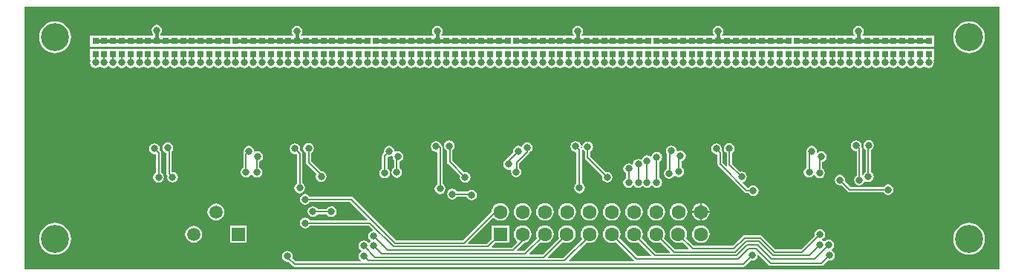
<source format=gbl>
%FSLAX43Y43*%
%MOMM*%
G71*
G01*
G75*
G04 Layer_Physical_Order=2*
G04 Layer_Color=16711680*
%ADD10R,0.800X0.800*%
%ADD11R,1.500X1.400*%
%ADD12R,0.800X0.800*%
%ADD13R,2.500X0.700*%
%ADD14R,1.100X1.100*%
%ADD15R,1.400X1.500*%
%ADD16R,2.000X0.350*%
%ADD17C,0.400*%
%ADD18C,0.200*%
%ADD19C,1.500*%
%ADD20R,1.500X1.500*%
%ADD21C,1.600*%
%ADD22R,1.600X1.600*%
%ADD23C,3.200*%
%ADD24C,0.800*%
G36*
X161200Y50000D02*
X50000D01*
Y80000D01*
X161200D01*
Y50000D01*
D02*
G37*
%LPC*%
G36*
X127030Y56470D02*
X126135D01*
X126156Y56309D01*
X126257Y56066D01*
X126417Y55857D01*
X126626Y55697D01*
X126869Y55596D01*
X127030Y55575D01*
Y56470D01*
D02*
G37*
G36*
X128125D02*
X127230D01*
Y55575D01*
X127391Y55596D01*
X127634Y55697D01*
X127843Y55857D01*
X128003Y56066D01*
X128104Y56309D01*
X128125Y56470D01*
D02*
G37*
G36*
X124590Y57579D02*
X124329Y57544D01*
X124086Y57444D01*
X123877Y57283D01*
X123716Y57074D01*
X123616Y56831D01*
X123581Y56570D01*
X123616Y56309D01*
X123716Y56066D01*
X123877Y55857D01*
X124086Y55697D01*
X124329Y55596D01*
X124590Y55561D01*
X124851Y55596D01*
X125094Y55697D01*
X125303Y55857D01*
X125464Y56066D01*
X125564Y56309D01*
X125599Y56570D01*
X125564Y56831D01*
X125464Y57074D01*
X125303Y57283D01*
X125094Y57444D01*
X124851Y57544D01*
X124590Y57579D01*
D02*
G37*
G36*
X119510D02*
X119249Y57544D01*
X119006Y57444D01*
X118797Y57283D01*
X118636Y57074D01*
X118536Y56831D01*
X118501Y56570D01*
X118536Y56309D01*
X118636Y56066D01*
X118797Y55857D01*
X119006Y55697D01*
X119249Y55596D01*
X119510Y55561D01*
X119771Y55596D01*
X120014Y55697D01*
X120223Y55857D01*
X120383Y56066D01*
X120484Y56309D01*
X120519Y56570D01*
X120484Y56831D01*
X120383Y57074D01*
X120223Y57283D01*
X120014Y57444D01*
X119771Y57544D01*
X119510Y57579D01*
D02*
G37*
G36*
X122050D02*
X121789Y57544D01*
X121546Y57444D01*
X121337Y57283D01*
X121176Y57074D01*
X121076Y56831D01*
X121041Y56570D01*
X121076Y56309D01*
X121176Y56066D01*
X121337Y55857D01*
X121546Y55697D01*
X121789Y55596D01*
X122050Y55561D01*
X122311Y55596D01*
X122554Y55697D01*
X122763Y55857D01*
X122924Y56066D01*
X123024Y56309D01*
X123059Y56570D01*
X123024Y56831D01*
X122924Y57074D01*
X122763Y57283D01*
X122554Y57444D01*
X122311Y57544D01*
X122050Y57579D01*
D02*
G37*
G36*
X127230Y57565D02*
Y56670D01*
X128125D01*
X128104Y56831D01*
X128003Y57074D01*
X127843Y57283D01*
X127634Y57444D01*
X127391Y57544D01*
X127230Y57565D01*
D02*
G37*
G36*
X85000Y57212D02*
X84766Y57165D01*
X84567Y57033D01*
X84483Y56906D01*
X83417D01*
X83333Y57033D01*
X83134Y57165D01*
X82900Y57212D01*
X82666Y57165D01*
X82467Y57033D01*
X82335Y56834D01*
X82288Y56600D01*
X82335Y56366D01*
X82467Y56167D01*
X82666Y56035D01*
X82900Y55988D01*
X83134Y56035D01*
X83333Y56167D01*
X83417Y56294D01*
X84483D01*
X84567Y56167D01*
X84766Y56035D01*
X85000Y55988D01*
X85234Y56035D01*
X85433Y56167D01*
X85565Y56366D01*
X85612Y56600D01*
X85565Y56834D01*
X85433Y57033D01*
X85323Y57106D01*
X85316Y57116D01*
X85217Y57182D01*
X85100Y57206D01*
X85100Y57206D01*
X85030D01*
X85000Y57212D01*
D02*
G37*
G36*
X127030Y57565D02*
X126869Y57544D01*
X126626Y57444D01*
X126417Y57283D01*
X126257Y57074D01*
X126156Y56831D01*
X126135Y56670D01*
X127030D01*
Y57565D01*
D02*
G37*
G36*
X82000Y58612D02*
X81766Y58565D01*
X81567Y58433D01*
X81435Y58234D01*
X81388Y58000D01*
X81435Y57766D01*
X81567Y57567D01*
X81766Y57435D01*
X82000Y57388D01*
X82234Y57435D01*
X82433Y57567D01*
X82517Y57694D01*
X87139D01*
X89110Y55723D01*
X89061Y55606D01*
X82517D01*
X82433Y55733D01*
X82234Y55865D01*
X82000Y55912D01*
X81766Y55865D01*
X81567Y55733D01*
X81435Y55534D01*
X81388Y55300D01*
X81435Y55066D01*
X81567Y54867D01*
X81766Y54735D01*
X82000Y54688D01*
X82234Y54735D01*
X82433Y54867D01*
X82517Y54994D01*
X89273D01*
X89751Y54516D01*
X89714Y54395D01*
X89566Y54365D01*
X89367Y54233D01*
X89235Y54034D01*
X89188Y53800D01*
X89235Y53566D01*
X89367Y53367D01*
X89448Y53314D01*
Y53187D01*
X89367Y53132D01*
X89313Y53052D01*
X89186D01*
X89133Y53133D01*
X88934Y53265D01*
X88700Y53312D01*
X88466Y53265D01*
X88267Y53133D01*
X88135Y52934D01*
X88088Y52700D01*
X88135Y52466D01*
X88267Y52267D01*
X88423Y52164D01*
Y52037D01*
X88267Y51932D01*
X88135Y51734D01*
X88088Y51500D01*
X88135Y51266D01*
X88267Y51067D01*
X88327Y51027D01*
X88290Y50906D01*
X80927D01*
X80565Y51267D01*
X80612Y51500D01*
X80565Y51734D01*
X80432Y51932D01*
X80234Y52065D01*
X80000Y52112D01*
X79766Y52065D01*
X79567Y51932D01*
X79435Y51734D01*
X79388Y51500D01*
X79435Y51266D01*
X79567Y51067D01*
X79766Y50935D01*
X80000Y50888D01*
X80066Y50901D01*
X80584Y50384D01*
X80584Y50384D01*
X80683Y50317D01*
X80800Y50294D01*
X132000D01*
X132000Y50294D01*
X132117Y50317D01*
X132216Y50384D01*
X132851Y51018D01*
X133000Y50988D01*
X133234Y51035D01*
X133433Y51167D01*
X133565Y51366D01*
X133611Y51598D01*
X133733Y51635D01*
X134884Y50484D01*
X134884Y50484D01*
X134943Y50444D01*
X134983Y50417D01*
X135100Y50394D01*
X140900D01*
X140900Y50394D01*
X141017Y50417D01*
X141116Y50484D01*
X141651Y51018D01*
X141800Y50988D01*
X142034Y51035D01*
X142233Y51167D01*
X142365Y51366D01*
X142412Y51600D01*
X142365Y51834D01*
X142233Y52033D01*
X142037Y52163D01*
Y52180D01*
X142062Y52307D01*
X142153Y52367D01*
X142285Y52566D01*
X142332Y52800D01*
X142285Y53034D01*
X142153Y53233D01*
X141954Y53365D01*
X141720Y53412D01*
X141486Y53365D01*
X141287Y53233D01*
X141273Y53211D01*
X141146D01*
X141132Y53232D01*
X140977Y53336D01*
Y53463D01*
X141133Y53567D01*
X141265Y53766D01*
X141312Y54000D01*
X141265Y54234D01*
X141133Y54433D01*
X140934Y54565D01*
X140700Y54612D01*
X140466Y54565D01*
X140267Y54433D01*
X140135Y54234D01*
X140088Y54000D01*
X140118Y53851D01*
X138573Y52306D01*
X135624D01*
X134113Y53816D01*
X134014Y53883D01*
X133897Y53906D01*
X133897Y53906D01*
X132103D01*
X131986Y53883D01*
X131946Y53856D01*
X131887Y53816D01*
X131887Y53816D01*
X130776Y52706D01*
X126317D01*
X125452Y53571D01*
X125534Y53769D01*
X125569Y54030D01*
X125534Y54291D01*
X125434Y54534D01*
X125273Y54743D01*
X125064Y54903D01*
X124821Y55004D01*
X124560Y55039D01*
X124299Y55004D01*
X124056Y54903D01*
X123847Y54743D01*
X123687Y54534D01*
X123586Y54291D01*
X123551Y54030D01*
X123586Y53769D01*
X123687Y53526D01*
X123847Y53317D01*
X124056Y53157D01*
X124299Y53056D01*
X124560Y53021D01*
X124821Y53056D01*
X125019Y53138D01*
X125734Y52423D01*
X125686Y52306D01*
X124207D01*
X122942Y53571D01*
X123024Y53769D01*
X123059Y54030D01*
X123024Y54291D01*
X122924Y54534D01*
X122763Y54743D01*
X122554Y54903D01*
X122311Y55004D01*
X122050Y55039D01*
X121789Y55004D01*
X121546Y54903D01*
X121337Y54743D01*
X121176Y54534D01*
X121076Y54291D01*
X121041Y54030D01*
X121076Y53769D01*
X121176Y53526D01*
X121337Y53317D01*
X121546Y53157D01*
X121789Y53056D01*
X122050Y53021D01*
X122311Y53056D01*
X122509Y53138D01*
X123624Y52023D01*
X123576Y51906D01*
X122027D01*
X120934Y52998D01*
X120933Y53007D01*
X120866Y53106D01*
X120402Y53571D01*
X120484Y53769D01*
X120519Y54030D01*
X120484Y54291D01*
X120383Y54534D01*
X120223Y54743D01*
X120014Y54903D01*
X119771Y55004D01*
X119510Y55039D01*
X119249Y55004D01*
X119006Y54903D01*
X118797Y54743D01*
X118636Y54534D01*
X118536Y54291D01*
X118501Y54030D01*
X118536Y53769D01*
X118636Y53526D01*
X118797Y53317D01*
X119006Y53157D01*
X119249Y53056D01*
X119510Y53021D01*
X119771Y53056D01*
X119969Y53138D01*
X120366Y52742D01*
X120367Y52733D01*
X120434Y52634D01*
X121444Y51623D01*
X121396Y51506D01*
X119927D01*
X117862Y53571D01*
X117944Y53769D01*
X117979Y54030D01*
X117944Y54291D01*
X117843Y54534D01*
X117683Y54743D01*
X117474Y54903D01*
X117231Y55004D01*
X116970Y55039D01*
X116709Y55004D01*
X116466Y54903D01*
X116257Y54743D01*
X116096Y54534D01*
X115996Y54291D01*
X115961Y54030D01*
X115996Y53769D01*
X116096Y53526D01*
X116257Y53317D01*
X116466Y53157D01*
X116709Y53056D01*
X116970Y53021D01*
X117231Y53056D01*
X117429Y53138D01*
X119544Y51023D01*
X119496Y50906D01*
X112104D01*
X112056Y51023D01*
X114112Y53079D01*
X114169Y53056D01*
X114430Y53021D01*
X114691Y53056D01*
X114934Y53157D01*
X115143Y53317D01*
X115303Y53526D01*
X115404Y53769D01*
X115439Y54030D01*
X115404Y54291D01*
X115303Y54534D01*
X115143Y54743D01*
X114934Y54903D01*
X114691Y55004D01*
X114430Y55039D01*
X114169Y55004D01*
X113926Y54903D01*
X113717Y54743D01*
X113557Y54534D01*
X113456Y54291D01*
X113421Y54030D01*
X113456Y53769D01*
X113557Y53526D01*
X113616Y53448D01*
X111473Y51306D01*
X109734D01*
X109686Y51423D01*
X111401Y53138D01*
X111599Y53056D01*
X111860Y53021D01*
X112121Y53056D01*
X112364Y53157D01*
X112573Y53317D01*
X112733Y53526D01*
X112834Y53769D01*
X112869Y54030D01*
X112834Y54291D01*
X112733Y54534D01*
X112573Y54743D01*
X112364Y54903D01*
X112121Y55004D01*
X111860Y55039D01*
X111599Y55004D01*
X111356Y54903D01*
X111147Y54743D01*
X110987Y54534D01*
X110886Y54291D01*
X110851Y54030D01*
X110886Y53769D01*
X110968Y53571D01*
X109103Y51706D01*
X107624D01*
X107576Y51823D01*
X108891Y53138D01*
X109089Y53056D01*
X109350Y53021D01*
X109611Y53056D01*
X109854Y53157D01*
X110063Y53317D01*
X110224Y53526D01*
X110324Y53769D01*
X110359Y54030D01*
X110324Y54291D01*
X110224Y54534D01*
X110063Y54743D01*
X109854Y54903D01*
X109611Y55004D01*
X109350Y55039D01*
X109089Y55004D01*
X108846Y54903D01*
X108637Y54743D01*
X108477Y54534D01*
X108376Y54291D01*
X108341Y54030D01*
X108376Y53769D01*
X108458Y53571D01*
X106993Y52106D01*
X106204D01*
X106156Y52223D01*
X106976Y53043D01*
X107071Y53056D01*
X107314Y53157D01*
X107523Y53317D01*
X107684Y53526D01*
X107784Y53769D01*
X107819Y54030D01*
X107784Y54291D01*
X107684Y54534D01*
X107523Y54743D01*
X107314Y54903D01*
X107071Y55004D01*
X106810Y55039D01*
X106549Y55004D01*
X106306Y54903D01*
X106097Y54743D01*
X105937Y54534D01*
X105836Y54291D01*
X105801Y54030D01*
X105836Y53769D01*
X105937Y53526D01*
X106097Y53317D01*
X106183Y53251D01*
X106191Y53124D01*
X105573Y52506D01*
X103344D01*
X103296Y52623D01*
X103703Y53030D01*
X105270D01*
Y55030D01*
X103270D01*
Y53463D01*
X102713Y52906D01*
X100604D01*
X100556Y53023D01*
X103416Y55883D01*
X103543Y55875D01*
X103557Y55857D01*
X103766Y55697D01*
X104009Y55596D01*
X104270Y55561D01*
X104531Y55596D01*
X104774Y55697D01*
X104983Y55857D01*
X105144Y56066D01*
X105244Y56309D01*
X105279Y56570D01*
X105244Y56831D01*
X105144Y57074D01*
X104983Y57283D01*
X104774Y57444D01*
X104531Y57544D01*
X104270Y57579D01*
X104009Y57544D01*
X103766Y57444D01*
X103557Y57283D01*
X103396Y57074D01*
X103296Y56831D01*
X103265Y56598D01*
X99973Y53306D01*
X92392D01*
X87482Y58216D01*
X87383Y58283D01*
X87266Y58306D01*
X87266Y58306D01*
X82517D01*
X82433Y58433D01*
X82234Y58565D01*
X82000Y58612D01*
D02*
G37*
G36*
X71835Y57523D02*
X71587Y57491D01*
X71356Y57395D01*
X71157Y57243D01*
X71005Y57044D01*
X70909Y56813D01*
X70877Y56565D01*
X70909Y56317D01*
X71005Y56086D01*
X71157Y55887D01*
X71356Y55735D01*
X71587Y55639D01*
X71835Y55607D01*
X72083Y55639D01*
X72314Y55735D01*
X72513Y55887D01*
X72665Y56086D01*
X72761Y56317D01*
X72793Y56565D01*
X72761Y56813D01*
X72665Y57044D01*
X72513Y57243D01*
X72314Y57395D01*
X72083Y57491D01*
X71835Y57523D01*
D02*
G37*
G36*
X69295Y54983D02*
X69047Y54951D01*
X68816Y54855D01*
X68617Y54703D01*
X68465Y54504D01*
X68369Y54273D01*
X68337Y54025D01*
X68369Y53777D01*
X68465Y53546D01*
X68617Y53347D01*
X68816Y53195D01*
X69047Y53099D01*
X69295Y53067D01*
X69543Y53099D01*
X69774Y53195D01*
X69973Y53347D01*
X70125Y53546D01*
X70221Y53777D01*
X70253Y54025D01*
X70221Y54273D01*
X70125Y54504D01*
X69973Y54703D01*
X69774Y54855D01*
X69543Y54951D01*
X69295Y54983D01*
D02*
G37*
G36*
X75325Y54975D02*
X73425D01*
Y53075D01*
X75325D01*
Y54975D01*
D02*
G37*
G36*
X127130Y55039D02*
X126869Y55004D01*
X126626Y54903D01*
X126417Y54743D01*
X126257Y54534D01*
X126156Y54291D01*
X126121Y54030D01*
X126156Y53769D01*
X126257Y53526D01*
X126417Y53317D01*
X126626Y53157D01*
X126869Y53056D01*
X127130Y53021D01*
X127391Y53056D01*
X127634Y53157D01*
X127843Y53317D01*
X128003Y53526D01*
X128104Y53769D01*
X128139Y54030D01*
X128104Y54291D01*
X128003Y54534D01*
X127843Y54743D01*
X127634Y54903D01*
X127391Y55004D01*
X127130Y55039D01*
D02*
G37*
G36*
X53500Y55309D02*
X53147Y55274D01*
X52808Y55171D01*
X52495Y55004D01*
X52221Y54779D01*
X51996Y54505D01*
X51829Y54192D01*
X51726Y53853D01*
X51691Y53500D01*
X51726Y53147D01*
X51829Y52808D01*
X51996Y52495D01*
X52221Y52221D01*
X52495Y51996D01*
X52808Y51829D01*
X53147Y51726D01*
X53500Y51691D01*
X53853Y51726D01*
X54192Y51829D01*
X54505Y51996D01*
X54779Y52221D01*
X55004Y52495D01*
X55171Y52808D01*
X55274Y53147D01*
X55309Y53500D01*
X55274Y53853D01*
X55171Y54192D01*
X55004Y54505D01*
X54779Y54779D01*
X54505Y55004D01*
X54192Y55171D01*
X53853Y55274D01*
X53500Y55309D01*
D02*
G37*
G36*
X157700D02*
X157347Y55274D01*
X157008Y55171D01*
X156695Y55004D01*
X156421Y54779D01*
X156196Y54505D01*
X156029Y54192D01*
X155926Y53853D01*
X155891Y53500D01*
X155926Y53147D01*
X156029Y52808D01*
X156196Y52495D01*
X156421Y52221D01*
X156695Y51996D01*
X157008Y51829D01*
X157347Y51726D01*
X157700Y51691D01*
X158053Y51726D01*
X158392Y51829D01*
X158705Y51996D01*
X158979Y52221D01*
X159204Y52495D01*
X159371Y52808D01*
X159474Y53147D01*
X159509Y53500D01*
X159474Y53853D01*
X159371Y54192D01*
X159204Y54505D01*
X158979Y54779D01*
X158705Y55004D01*
X158392Y55171D01*
X158053Y55274D01*
X157700Y55309D01*
D02*
G37*
G36*
X114430Y57579D02*
X114169Y57544D01*
X113926Y57444D01*
X113717Y57283D01*
X113557Y57074D01*
X113456Y56831D01*
X113421Y56570D01*
X113456Y56309D01*
X113557Y56066D01*
X113717Y55857D01*
X113926Y55697D01*
X114169Y55596D01*
X114430Y55561D01*
X114691Y55596D01*
X114934Y55697D01*
X115143Y55857D01*
X115303Y56066D01*
X115404Y56309D01*
X115439Y56570D01*
X115404Y56831D01*
X115303Y57074D01*
X115143Y57283D01*
X114934Y57444D01*
X114691Y57544D01*
X114430Y57579D01*
D02*
G37*
G36*
X116970D02*
X116709Y57544D01*
X116466Y57444D01*
X116257Y57283D01*
X116096Y57074D01*
X115996Y56831D01*
X115961Y56570D01*
X115996Y56309D01*
X116096Y56066D01*
X116257Y55857D01*
X116466Y55697D01*
X116709Y55596D01*
X116970Y55561D01*
X117231Y55596D01*
X117474Y55697D01*
X117683Y55857D01*
X117843Y56066D01*
X117944Y56309D01*
X117979Y56570D01*
X117944Y56831D01*
X117843Y57074D01*
X117683Y57283D01*
X117474Y57444D01*
X117231Y57544D01*
X116970Y57579D01*
D02*
G37*
G36*
X111890D02*
X111629Y57544D01*
X111386Y57444D01*
X111177Y57283D01*
X111017Y57074D01*
X110916Y56831D01*
X110881Y56570D01*
X110916Y56309D01*
X111017Y56066D01*
X111177Y55857D01*
X111386Y55697D01*
X111629Y55596D01*
X111890Y55561D01*
X112151Y55596D01*
X112394Y55697D01*
X112603Y55857D01*
X112763Y56066D01*
X112864Y56309D01*
X112899Y56570D01*
X112864Y56831D01*
X112763Y57074D01*
X112603Y57283D01*
X112394Y57444D01*
X112151Y57544D01*
X111890Y57579D01*
D02*
G37*
G36*
X106810D02*
X106549Y57544D01*
X106306Y57444D01*
X106097Y57283D01*
X105937Y57074D01*
X105836Y56831D01*
X105801Y56570D01*
X105836Y56309D01*
X105937Y56066D01*
X106097Y55857D01*
X106306Y55697D01*
X106549Y55596D01*
X106810Y55561D01*
X107071Y55596D01*
X107314Y55697D01*
X107523Y55857D01*
X107684Y56066D01*
X107784Y56309D01*
X107819Y56570D01*
X107784Y56831D01*
X107684Y57074D01*
X107523Y57283D01*
X107314Y57444D01*
X107071Y57544D01*
X106810Y57579D01*
D02*
G37*
G36*
X109350D02*
X109089Y57544D01*
X108846Y57444D01*
X108637Y57283D01*
X108477Y57074D01*
X108376Y56831D01*
X108341Y56570D01*
X108376Y56309D01*
X108477Y56066D01*
X108637Y55857D01*
X108846Y55697D01*
X109089Y55596D01*
X109350Y55561D01*
X109611Y55596D01*
X109854Y55697D01*
X110063Y55857D01*
X110224Y56066D01*
X110324Y56309D01*
X110359Y56570D01*
X110324Y56831D01*
X110224Y57074D01*
X110063Y57283D01*
X109854Y57444D01*
X109611Y57544D01*
X109350Y57579D01*
D02*
G37*
G36*
X130375Y64412D02*
X130141Y64365D01*
X129942Y64233D01*
X129810Y64034D01*
X129763Y63800D01*
X129810Y63566D01*
X129942Y63367D01*
X130094Y63266D01*
Y61934D01*
X130094Y61934D01*
X130114Y61835D01*
X130002Y61775D01*
X129638Y62139D01*
Y63342D01*
X129638Y63342D01*
X129615Y63459D01*
X129549Y63559D01*
X129549Y63559D01*
X129482Y63626D01*
X129512Y63775D01*
X129465Y64009D01*
X129333Y64208D01*
X129134Y64340D01*
X128900Y64387D01*
X128666Y64340D01*
X128467Y64208D01*
X128335Y64009D01*
X128288Y63775D01*
X128335Y63541D01*
X128467Y63342D01*
X128666Y63210D01*
X128900Y63163D01*
X128929Y63169D01*
X129027Y63088D01*
Y62012D01*
X129027Y62012D01*
X129050Y61895D01*
X129116Y61796D01*
X132128Y58784D01*
X132128Y58784D01*
X132227Y58717D01*
X132344Y58694D01*
X132583D01*
X132667Y58567D01*
X132866Y58435D01*
X133100Y58388D01*
X133334Y58435D01*
X133533Y58567D01*
X133665Y58766D01*
X133712Y59000D01*
X133665Y59234D01*
X133533Y59433D01*
X133334Y59565D01*
X133100Y59612D01*
X132866Y59565D01*
X132667Y59433D01*
X132594Y59322D01*
X132467Y59310D01*
X131922Y59855D01*
X131959Y59977D01*
X132016Y59988D01*
X132214Y60120D01*
X132347Y60319D01*
X132393Y60553D01*
X132347Y60787D01*
X132214Y60986D01*
X132016Y61118D01*
X131781Y61165D01*
X131632Y61135D01*
X130706Y62061D01*
Y63299D01*
X130808Y63367D01*
X130940Y63566D01*
X130987Y63800D01*
X130940Y64034D01*
X130808Y64233D01*
X130609Y64365D01*
X130375Y64412D01*
D02*
G37*
G36*
X122100Y63412D02*
X121866Y63365D01*
X121667Y63233D01*
X121535Y63034D01*
X121510Y62908D01*
X121392Y62859D01*
X121234Y62965D01*
X121000Y63012D01*
X120766Y62965D01*
X120567Y62833D01*
X120435Y62634D01*
X120421Y62567D01*
X120304Y62518D01*
X120234Y62565D01*
X120000Y62612D01*
X119766Y62565D01*
X119567Y62432D01*
X119435Y62234D01*
X119392Y62020D01*
X119304Y61983D01*
X119267Y61976D01*
X119134Y62065D01*
X118900Y62112D01*
X118666Y62065D01*
X118467Y61932D01*
X118335Y61734D01*
X118288Y61500D01*
X118335Y61266D01*
X118467Y61067D01*
X118594Y60983D01*
Y60417D01*
X118467Y60333D01*
X118335Y60134D01*
X118288Y59900D01*
X118335Y59666D01*
X118467Y59467D01*
X118666Y59335D01*
X118900Y59288D01*
X119134Y59335D01*
X119333Y59467D01*
X119386Y59548D01*
X119513D01*
X119567Y59467D01*
X119766Y59335D01*
X120000Y59288D01*
X120234Y59335D01*
X120433Y59467D01*
X120437Y59473D01*
X120563D01*
X120567Y59467D01*
X120766Y59335D01*
X121000Y59288D01*
X121234Y59335D01*
X121433Y59467D01*
X121487Y59548D01*
X121614D01*
X121667Y59467D01*
X121866Y59335D01*
X122100Y59288D01*
X122334Y59335D01*
X122533Y59467D01*
X122665Y59666D01*
X122712Y59900D01*
X122665Y60134D01*
X122533Y60333D01*
X122406Y60417D01*
Y62283D01*
X122533Y62367D01*
X122665Y62566D01*
X122712Y62800D01*
X122665Y63034D01*
X122533Y63233D01*
X122334Y63365D01*
X122100Y63412D01*
D02*
G37*
G36*
X146257Y64762D02*
X146023Y64715D01*
X145825Y64583D01*
X145692Y64384D01*
X145645Y64150D01*
X145692Y63916D01*
X145825Y63717D01*
X145926Y63649D01*
Y61095D01*
X145800Y61011D01*
X145667Y60812D01*
X145654Y60745D01*
X145611Y60728D01*
X145506Y60799D01*
Y63775D01*
X145506Y63775D01*
X145483Y63892D01*
X145431Y63970D01*
X145462Y64125D01*
X145415Y64359D01*
X145283Y64558D01*
X145084Y64690D01*
X144850Y64737D01*
X144616Y64690D01*
X144417Y64558D01*
X144285Y64359D01*
X144238Y64125D01*
X144285Y63891D01*
X144417Y63692D01*
X144616Y63560D01*
X144850Y63513D01*
X144894Y63477D01*
Y60717D01*
X144767Y60633D01*
X144635Y60434D01*
X144588Y60200D01*
X144635Y59966D01*
X144767Y59767D01*
X144966Y59635D01*
X145200Y59588D01*
X145434Y59635D01*
X145633Y59767D01*
X145765Y59966D01*
X145778Y60032D01*
X145896Y60081D01*
X145998Y60013D01*
X146232Y59966D01*
X146466Y60013D01*
X146665Y60145D01*
X146797Y60344D01*
X146844Y60578D01*
X146797Y60812D01*
X146665Y61011D01*
X146538Y61095D01*
Y63616D01*
X146690Y63717D01*
X146822Y63916D01*
X146869Y64150D01*
X146822Y64384D01*
X146690Y64583D01*
X146491Y64715D01*
X146257Y64762D01*
D02*
G37*
G36*
X75600Y64112D02*
X75366Y64065D01*
X75167Y63933D01*
X75035Y63734D01*
X74988Y63500D01*
X75021Y63335D01*
X75003Y63308D01*
X74992Y63292D01*
X74969Y63175D01*
X74969Y63175D01*
Y61617D01*
X74842Y61533D01*
X74710Y61334D01*
X74663Y61100D01*
X74710Y60866D01*
X74842Y60667D01*
X75041Y60535D01*
X75275Y60488D01*
X75509Y60535D01*
X75708Y60667D01*
X75824Y60842D01*
X75951D01*
X76067Y60667D01*
X76266Y60535D01*
X76500Y60488D01*
X76734Y60535D01*
X76933Y60667D01*
X77065Y60866D01*
X77112Y61100D01*
X77065Y61334D01*
X76933Y61533D01*
X76806Y61617D01*
Y62329D01*
X76834Y62335D01*
X77033Y62467D01*
X77165Y62666D01*
X77212Y62900D01*
X77165Y63134D01*
X77033Y63333D01*
X76834Y63465D01*
X76600Y63512D01*
X76366Y63465D01*
X76315Y63431D01*
X76212Y63500D01*
X76165Y63734D01*
X76033Y63933D01*
X75834Y64065D01*
X75600Y64112D01*
D02*
G37*
G36*
X123750Y64137D02*
X123516Y64090D01*
X123317Y63958D01*
X123185Y63759D01*
X123138Y63525D01*
X123185Y63291D01*
X123244Y63202D01*
Y61484D01*
X123092Y61383D01*
X122960Y61184D01*
X122913Y60950D01*
X122960Y60716D01*
X123092Y60517D01*
X123291Y60385D01*
X123525Y60338D01*
X123759Y60385D01*
X123958Y60517D01*
X124090Y60716D01*
X124169Y60732D01*
X124177Y60720D01*
X124375Y60588D01*
X124609Y60541D01*
X124843Y60588D01*
X125042Y60720D01*
X125174Y60919D01*
X125221Y61153D01*
X125174Y61387D01*
X125042Y61586D01*
X124915Y61670D01*
Y62386D01*
X125034Y62410D01*
X125233Y62542D01*
X125365Y62741D01*
X125412Y62975D01*
X125365Y63209D01*
X125233Y63408D01*
X125034Y63540D01*
X124800Y63587D01*
X124566Y63540D01*
X124502Y63497D01*
X124384Y63521D01*
X124361Y63530D01*
X124315Y63759D01*
X124183Y63958D01*
X123984Y64090D01*
X123750Y64137D01*
D02*
G37*
G36*
X133700Y75150D02*
X121500D01*
Y75150D01*
X95500D01*
Y75150D01*
X89700D01*
Y75150D01*
X73700D01*
Y75150D01*
X63500D01*
Y75150D01*
X62700D01*
Y75150D01*
X58500D01*
Y75150D01*
X57500D01*
Y73950D01*
X57500Y73950D01*
X57500D01*
X57550Y73857D01*
X57535Y73834D01*
X57488Y73600D01*
X57535Y73366D01*
X57667Y73167D01*
X57866Y73035D01*
X58100Y72988D01*
X58334Y73035D01*
X58533Y73167D01*
X58536Y73173D01*
X58664D01*
X58667Y73167D01*
X58866Y73035D01*
X59100Y72988D01*
X59334Y73035D01*
X59533Y73167D01*
X59536Y73173D01*
X59664D01*
X59667Y73167D01*
X59866Y73035D01*
X60100Y72988D01*
X60334Y73035D01*
X60533Y73167D01*
X60536Y73173D01*
X60664D01*
X60667Y73167D01*
X60866Y73035D01*
X61100Y72988D01*
X61334Y73035D01*
X61533Y73167D01*
X61536Y73173D01*
X61664D01*
X61667Y73167D01*
X61866Y73035D01*
X62100Y72988D01*
X62334Y73035D01*
X62533Y73167D01*
X62536Y73173D01*
X62664D01*
X62667Y73167D01*
X62866Y73035D01*
X63100Y72988D01*
X63334Y73035D01*
X63533Y73167D01*
X63536Y73173D01*
X63664D01*
X63667Y73167D01*
X63866Y73035D01*
X64100Y72988D01*
X64334Y73035D01*
X64533Y73167D01*
X64536Y73173D01*
X64663D01*
X64667Y73167D01*
X64866Y73035D01*
X65100Y72988D01*
X65334Y73035D01*
X65533Y73167D01*
X65536Y73173D01*
X65663D01*
X65667Y73167D01*
X65866Y73035D01*
X66100Y72988D01*
X66334Y73035D01*
X66533Y73167D01*
X66536Y73173D01*
X66663D01*
X66667Y73167D01*
X66866Y73035D01*
X67100Y72988D01*
X67334Y73035D01*
X67533Y73167D01*
X67536Y73173D01*
X67663D01*
X67667Y73167D01*
X67866Y73035D01*
X68100Y72988D01*
X68334Y73035D01*
X68533Y73167D01*
X68536Y73173D01*
X68663D01*
X68667Y73167D01*
X68866Y73035D01*
X69100Y72988D01*
X69334Y73035D01*
X69533Y73167D01*
X69536Y73173D01*
X69663D01*
X69667Y73167D01*
X69866Y73035D01*
X70100Y72988D01*
X70334Y73035D01*
X70533Y73167D01*
X70536Y73173D01*
X70663D01*
X70667Y73167D01*
X70866Y73035D01*
X71100Y72988D01*
X71334Y73035D01*
X71533Y73167D01*
X71536Y73173D01*
X71663D01*
X71667Y73167D01*
X71866Y73035D01*
X72100Y72988D01*
X72334Y73035D01*
X72533Y73167D01*
X72536Y73173D01*
X72663D01*
X72667Y73167D01*
X72866Y73035D01*
X73100Y72988D01*
X73334Y73035D01*
X73533Y73167D01*
X73536Y73173D01*
X73663D01*
X73667Y73167D01*
X73866Y73035D01*
X74100Y72988D01*
X74334Y73035D01*
X74533Y73167D01*
X74536Y73173D01*
X74663D01*
X74667Y73167D01*
X74866Y73035D01*
X75100Y72988D01*
X75334Y73035D01*
X75533Y73167D01*
X75536Y73173D01*
X75663D01*
X75667Y73167D01*
X75866Y73035D01*
X76100Y72988D01*
X76334Y73035D01*
X76533Y73167D01*
X76536Y73173D01*
X76663D01*
X76667Y73167D01*
X76866Y73035D01*
X77100Y72988D01*
X77334Y73035D01*
X77533Y73167D01*
X77536Y73173D01*
X77663D01*
X77667Y73167D01*
X77866Y73035D01*
X78100Y72988D01*
X78334Y73035D01*
X78533Y73167D01*
X78536Y73173D01*
X78663D01*
X78667Y73167D01*
X78866Y73035D01*
X79100Y72988D01*
X79334Y73035D01*
X79533Y73167D01*
X79536Y73173D01*
X79663D01*
X79667Y73167D01*
X79866Y73035D01*
X80100Y72988D01*
X80334Y73035D01*
X80533Y73167D01*
X80536Y73173D01*
X80663D01*
X80667Y73167D01*
X80866Y73035D01*
X81100Y72988D01*
X81334Y73035D01*
X81533Y73167D01*
X81536Y73173D01*
X81663D01*
X81667Y73167D01*
X81866Y73035D01*
X82100Y72988D01*
X82334Y73035D01*
X82533Y73167D01*
X82536Y73173D01*
X82663D01*
X82667Y73167D01*
X82866Y73035D01*
X83100Y72988D01*
X83334Y73035D01*
X83533Y73167D01*
X83536Y73173D01*
X83663D01*
X83667Y73167D01*
X83866Y73035D01*
X84100Y72988D01*
X84334Y73035D01*
X84533Y73167D01*
X84536Y73173D01*
X84663D01*
X84667Y73167D01*
X84866Y73035D01*
X85100Y72988D01*
X85334Y73035D01*
X85533Y73167D01*
X85536Y73173D01*
X85663D01*
X85667Y73167D01*
X85866Y73035D01*
X86100Y72988D01*
X86334Y73035D01*
X86533Y73167D01*
X86536Y73173D01*
X86663D01*
X86667Y73167D01*
X86866Y73035D01*
X87100Y72988D01*
X87334Y73035D01*
X87533Y73167D01*
X87536Y73173D01*
X87663D01*
X87667Y73167D01*
X87866Y73035D01*
X88100Y72988D01*
X88334Y73035D01*
X88533Y73167D01*
X88536Y73173D01*
X88663D01*
X88667Y73167D01*
X88866Y73035D01*
X89100Y72988D01*
X89334Y73035D01*
X89533Y73167D01*
X89536Y73173D01*
X89663D01*
X89667Y73167D01*
X89866Y73035D01*
X90100Y72988D01*
X90334Y73035D01*
X90533Y73167D01*
X90536Y73173D01*
X90663D01*
X90667Y73167D01*
X90866Y73035D01*
X91100Y72988D01*
X91334Y73035D01*
X91533Y73167D01*
X91536Y73173D01*
X91663D01*
X91667Y73167D01*
X91866Y73035D01*
X92100Y72988D01*
X92334Y73035D01*
X92533Y73167D01*
X92536Y73173D01*
X92663D01*
X92667Y73167D01*
X92866Y73035D01*
X93100Y72988D01*
X93334Y73035D01*
X93533Y73167D01*
X93536Y73173D01*
X93663D01*
X93667Y73167D01*
X93866Y73035D01*
X94100Y72988D01*
X94334Y73035D01*
X94533Y73167D01*
X94536Y73173D01*
X94663D01*
X94667Y73167D01*
X94866Y73035D01*
X95100Y72988D01*
X95334Y73035D01*
X95533Y73167D01*
X95536Y73173D01*
X95663D01*
X95667Y73167D01*
X95866Y73035D01*
X96100Y72988D01*
X96334Y73035D01*
X96533Y73167D01*
X96536Y73173D01*
X96663D01*
X96667Y73167D01*
X96866Y73035D01*
X97100Y72988D01*
X97334Y73035D01*
X97533Y73167D01*
X97536Y73173D01*
X97663D01*
X97667Y73167D01*
X97866Y73035D01*
X98100Y72988D01*
X98334Y73035D01*
X98533Y73167D01*
X98536Y73173D01*
X98663D01*
X98667Y73167D01*
X98866Y73035D01*
X99100Y72988D01*
X99334Y73035D01*
X99533Y73167D01*
X99536Y73173D01*
X99663D01*
X99667Y73167D01*
X99866Y73035D01*
X100100Y72988D01*
X100334Y73035D01*
X100533Y73167D01*
X100536Y73173D01*
X100663D01*
X100667Y73167D01*
X100866Y73035D01*
X101100Y72988D01*
X101334Y73035D01*
X101533Y73167D01*
X101536Y73173D01*
X101663D01*
X101667Y73167D01*
X101866Y73035D01*
X102100Y72988D01*
X102334Y73035D01*
X102533Y73167D01*
X102536Y73173D01*
X102663D01*
X102667Y73167D01*
X102866Y73035D01*
X103100Y72988D01*
X103334Y73035D01*
X103533Y73167D01*
X103536Y73173D01*
X103663D01*
X103667Y73167D01*
X103866Y73035D01*
X104100Y72988D01*
X104334Y73035D01*
X104533Y73167D01*
X104536Y73173D01*
X104663D01*
X104667Y73167D01*
X104866Y73035D01*
X105100Y72988D01*
X105334Y73035D01*
X105533Y73167D01*
X105536Y73173D01*
X105663D01*
X105667Y73167D01*
X105866Y73035D01*
X106100Y72988D01*
X106334Y73035D01*
X106533Y73167D01*
X106536Y73173D01*
X106663D01*
X106667Y73167D01*
X106866Y73035D01*
X107100Y72988D01*
X107334Y73035D01*
X107533Y73167D01*
X107536Y73173D01*
X107663D01*
X107667Y73167D01*
X107866Y73035D01*
X108100Y72988D01*
X108334Y73035D01*
X108533Y73167D01*
X108536Y73173D01*
X108663D01*
X108667Y73167D01*
X108866Y73035D01*
X109100Y72988D01*
X109334Y73035D01*
X109533Y73167D01*
X109536Y73173D01*
X109663D01*
X109667Y73167D01*
X109866Y73035D01*
X110100Y72988D01*
X110334Y73035D01*
X110533Y73167D01*
X110536Y73173D01*
X110663D01*
X110667Y73167D01*
X110866Y73035D01*
X111100Y72988D01*
X111334Y73035D01*
X111533Y73167D01*
X111536Y73173D01*
X111663D01*
X111667Y73167D01*
X111866Y73035D01*
X112100Y72988D01*
X112334Y73035D01*
X112533Y73167D01*
X112536Y73173D01*
X112663D01*
X112667Y73167D01*
X112866Y73035D01*
X113100Y72988D01*
X113334Y73035D01*
X113533Y73167D01*
X113536Y73173D01*
X113663D01*
X113667Y73167D01*
X113866Y73035D01*
X114100Y72988D01*
X114334Y73035D01*
X114533Y73167D01*
X114536Y73173D01*
X114663D01*
X114667Y73167D01*
X114866Y73035D01*
X115100Y72988D01*
X115334Y73035D01*
X115533Y73167D01*
X115536Y73173D01*
X115663D01*
X115667Y73167D01*
X115866Y73035D01*
X116100Y72988D01*
X116334Y73035D01*
X116533Y73167D01*
X116536Y73173D01*
X116663D01*
X116667Y73167D01*
X116866Y73035D01*
X117100Y72988D01*
X117334Y73035D01*
X117533Y73167D01*
X117536Y73173D01*
X117663D01*
X117667Y73167D01*
X117866Y73035D01*
X118100Y72988D01*
X118334Y73035D01*
X118533Y73167D01*
X118536Y73173D01*
X118663D01*
X118667Y73167D01*
X118866Y73035D01*
X119100Y72988D01*
X119334Y73035D01*
X119533Y73167D01*
X119536Y73173D01*
X119663D01*
X119667Y73167D01*
X119866Y73035D01*
X120100Y72988D01*
X120334Y73035D01*
X120533Y73167D01*
X120536Y73173D01*
X120663D01*
X120667Y73167D01*
X120866Y73035D01*
X121100Y72988D01*
X121334Y73035D01*
X121533Y73167D01*
X121536Y73173D01*
X121663D01*
X121667Y73167D01*
X121866Y73035D01*
X122100Y72988D01*
X122334Y73035D01*
X122533Y73167D01*
X122536Y73173D01*
X122663D01*
X122667Y73167D01*
X122866Y73035D01*
X123100Y72988D01*
X123334Y73035D01*
X123533Y73167D01*
X123536Y73173D01*
X123663D01*
X123667Y73167D01*
X123866Y73035D01*
X124100Y72988D01*
X124334Y73035D01*
X124533Y73167D01*
X124536Y73173D01*
X124663D01*
X124667Y73167D01*
X124866Y73035D01*
X125100Y72988D01*
X125334Y73035D01*
X125533Y73167D01*
X125536Y73173D01*
X125663D01*
X125667Y73167D01*
X125866Y73035D01*
X126100Y72988D01*
X126334Y73035D01*
X126533Y73167D01*
X126536Y73173D01*
X126663D01*
X126667Y73167D01*
X126866Y73035D01*
X127100Y72988D01*
X127334Y73035D01*
X127533Y73167D01*
X127536Y73173D01*
X127663D01*
X127667Y73167D01*
X127866Y73035D01*
X128100Y72988D01*
X128334Y73035D01*
X128533Y73167D01*
X128536Y73173D01*
X128663D01*
X128667Y73167D01*
X128866Y73035D01*
X129100Y72988D01*
X129334Y73035D01*
X129533Y73167D01*
X129536Y73173D01*
X129663D01*
X129667Y73167D01*
X129866Y73035D01*
X130100Y72988D01*
X130334Y73035D01*
X130533Y73167D01*
X130536Y73173D01*
X130663D01*
X130667Y73167D01*
X130866Y73035D01*
X131100Y72988D01*
X131334Y73035D01*
X131533Y73167D01*
X131536Y73173D01*
X131663D01*
X131667Y73167D01*
X131866Y73035D01*
X132100Y72988D01*
X132334Y73035D01*
X132533Y73167D01*
X132536Y73173D01*
X132663D01*
X132667Y73167D01*
X132866Y73035D01*
X133100Y72988D01*
X133334Y73035D01*
X133533Y73167D01*
X133536Y73173D01*
X133663D01*
X133667Y73167D01*
X133866Y73035D01*
X134100Y72988D01*
X134334Y73035D01*
X134533Y73167D01*
X134536Y73173D01*
X134663D01*
X134667Y73167D01*
X134866Y73035D01*
X135100Y72988D01*
X135334Y73035D01*
X135533Y73167D01*
X135536Y73173D01*
X135663D01*
X135667Y73167D01*
X135866Y73035D01*
X136100Y72988D01*
X136334Y73035D01*
X136533Y73167D01*
X136536Y73173D01*
X136663D01*
X136667Y73167D01*
X136866Y73035D01*
X137100Y72988D01*
X137334Y73035D01*
X137533Y73167D01*
X137536Y73173D01*
X137663D01*
X137667Y73167D01*
X137866Y73035D01*
X138100Y72988D01*
X138334Y73035D01*
X138533Y73167D01*
X138536Y73173D01*
X138663D01*
X138667Y73167D01*
X138866Y73035D01*
X139100Y72988D01*
X139334Y73035D01*
X139533Y73167D01*
X139536Y73173D01*
X139663D01*
X139667Y73167D01*
X139866Y73035D01*
X140100Y72988D01*
X140334Y73035D01*
X140533Y73167D01*
X140536Y73173D01*
X140663D01*
X140667Y73167D01*
X140866Y73035D01*
X141100Y72988D01*
X141334Y73035D01*
X141533Y73167D01*
X141536Y73173D01*
X141663D01*
X141667Y73167D01*
X141866Y73035D01*
X142100Y72988D01*
X142334Y73035D01*
X142533Y73167D01*
X142536Y73173D01*
X142663D01*
X142667Y73167D01*
X142866Y73035D01*
X143100Y72988D01*
X143334Y73035D01*
X143533Y73167D01*
X143536Y73173D01*
X143663D01*
X143667Y73167D01*
X143866Y73035D01*
X144100Y72988D01*
X144334Y73035D01*
X144533Y73167D01*
X144536Y73173D01*
X144663D01*
X144667Y73167D01*
X144866Y73035D01*
X145100Y72988D01*
X145334Y73035D01*
X145533Y73167D01*
X145536Y73173D01*
X145663D01*
X145667Y73167D01*
X145866Y73035D01*
X146100Y72988D01*
X146334Y73035D01*
X146533Y73167D01*
X146536Y73173D01*
X146663D01*
X146667Y73167D01*
X146866Y73035D01*
X147100Y72988D01*
X147334Y73035D01*
X147533Y73167D01*
X147536Y73173D01*
X147663D01*
X147667Y73167D01*
X147866Y73035D01*
X148100Y72988D01*
X148334Y73035D01*
X148533Y73167D01*
X148536Y73173D01*
X148663D01*
X148667Y73167D01*
X148866Y73035D01*
X149100Y72988D01*
X149334Y73035D01*
X149533Y73167D01*
X149536Y73173D01*
X149663D01*
X149667Y73167D01*
X149866Y73035D01*
X150100Y72988D01*
X150334Y73035D01*
X150533Y73167D01*
X150536Y73173D01*
X150663D01*
X150667Y73167D01*
X150866Y73035D01*
X151100Y72988D01*
X151334Y73035D01*
X151533Y73167D01*
X151536Y73173D01*
X151663D01*
X151667Y73167D01*
X151866Y73035D01*
X152100Y72988D01*
X152334Y73035D01*
X152533Y73167D01*
X152536Y73173D01*
X152663D01*
X152667Y73167D01*
X152866Y73035D01*
X153100Y72988D01*
X153334Y73035D01*
X153533Y73167D01*
X153665Y73366D01*
X153712Y73600D01*
X153665Y73834D01*
X153650Y73857D01*
X153700Y73950D01*
X153700D01*
X153700Y73950D01*
Y75150D01*
X137700D01*
Y75150D01*
X133700D01*
Y75150D01*
D02*
G37*
G36*
X65100Y77912D02*
X64866Y77865D01*
X64667Y77733D01*
X64535Y77534D01*
X64488Y77300D01*
X64535Y77066D01*
X64667Y76867D01*
X64692Y76851D01*
Y76650D01*
X63500D01*
Y76650D01*
X62700D01*
Y76650D01*
X58500D01*
Y76650D01*
X57500D01*
Y75450D01*
X58700D01*
Y75450D01*
X62500D01*
Y75450D01*
X63700D01*
Y75450D01*
X73500D01*
Y75450D01*
X89500D01*
Y75450D01*
X95700D01*
Y75450D01*
X121700D01*
Y75450D01*
X133500D01*
Y75450D01*
X137500D01*
Y75450D01*
X153700D01*
Y76650D01*
X145611D01*
X145533Y76767D01*
X145665Y76966D01*
X145712Y77200D01*
X145665Y77434D01*
X145533Y77633D01*
X145334Y77765D01*
X145100Y77812D01*
X144866Y77765D01*
X144667Y77633D01*
X144535Y77434D01*
X144488Y77200D01*
X144535Y76966D01*
X144667Y76767D01*
X144589Y76650D01*
X137700D01*
Y76650D01*
X133700D01*
Y76650D01*
X129611D01*
X129533Y76767D01*
X129665Y76966D01*
X129712Y77200D01*
X129665Y77434D01*
X129533Y77633D01*
X129334Y77765D01*
X129100Y77812D01*
X128866Y77765D01*
X128667Y77633D01*
X128535Y77434D01*
X128488Y77200D01*
X128535Y76966D01*
X128667Y76767D01*
X128589Y76650D01*
X121500D01*
Y76650D01*
X113611D01*
X113533Y76767D01*
X113665Y76966D01*
X113712Y77200D01*
X113665Y77434D01*
X113533Y77633D01*
X113334Y77765D01*
X113100Y77812D01*
X112866Y77765D01*
X112667Y77633D01*
X112535Y77434D01*
X112488Y77200D01*
X112535Y76966D01*
X112667Y76767D01*
X112589Y76650D01*
X97611D01*
X97533Y76767D01*
X97665Y76966D01*
X97712Y77200D01*
X97665Y77434D01*
X97533Y77633D01*
X97334Y77765D01*
X97100Y77812D01*
X96866Y77765D01*
X96667Y77633D01*
X96535Y77434D01*
X96488Y77200D01*
X96535Y76966D01*
X96667Y76767D01*
X96589Y76650D01*
X95500D01*
Y76650D01*
X89700D01*
Y76650D01*
X81611D01*
X81533Y76767D01*
X81665Y76966D01*
X81712Y77200D01*
X81665Y77434D01*
X81533Y77633D01*
X81334Y77765D01*
X81100Y77812D01*
X80866Y77765D01*
X80667Y77633D01*
X80535Y77434D01*
X80488Y77200D01*
X80535Y76966D01*
X80667Y76767D01*
X80589Y76650D01*
X73700D01*
Y76650D01*
X65508D01*
Y76851D01*
X65533Y76867D01*
X65665Y77066D01*
X65712Y77300D01*
X65665Y77534D01*
X65533Y77733D01*
X65334Y77865D01*
X65100Y77912D01*
D02*
G37*
G36*
X157700Y78309D02*
X157347Y78274D01*
X157008Y78171D01*
X156695Y78004D01*
X156421Y77779D01*
X156196Y77505D01*
X156029Y77192D01*
X155926Y76853D01*
X155891Y76500D01*
X155926Y76147D01*
X156029Y75808D01*
X156196Y75495D01*
X156421Y75221D01*
X156695Y74996D01*
X157008Y74829D01*
X157347Y74726D01*
X157700Y74691D01*
X158053Y74726D01*
X158392Y74829D01*
X158705Y74996D01*
X158979Y75221D01*
X159204Y75495D01*
X159371Y75808D01*
X159474Y76147D01*
X159509Y76500D01*
X159474Y76853D01*
X159371Y77192D01*
X159204Y77505D01*
X158979Y77779D01*
X158705Y78004D01*
X158392Y78171D01*
X158053Y78274D01*
X157700Y78309D01*
D02*
G37*
G36*
X107325Y64512D02*
X107091Y64465D01*
X106892Y64333D01*
X106760Y64134D01*
X106743Y64052D01*
X106626Y64003D01*
X106534Y64065D01*
X106300Y64112D01*
X106066Y64065D01*
X105867Y63932D01*
X105735Y63734D01*
X105688Y63500D01*
X105718Y63350D01*
X104984Y62616D01*
X104936Y62546D01*
X104767Y62432D01*
X104635Y62234D01*
X104588Y62000D01*
X104635Y61766D01*
X104767Y61567D01*
X104966Y61435D01*
X105200Y61388D01*
X105421Y61432D01*
X105511Y61342D01*
X105468Y61128D01*
X105515Y60894D01*
X105648Y60695D01*
X105846Y60563D01*
X106080Y60516D01*
X106314Y60563D01*
X106513Y60695D01*
X106645Y60894D01*
X106692Y61128D01*
X106645Y61362D01*
X106513Y61561D01*
X106431Y61615D01*
Y62073D01*
X107541Y63184D01*
X107541Y63184D01*
X107581Y63243D01*
X107608Y63283D01*
X107627Y63380D01*
X107758Y63467D01*
X107890Y63666D01*
X107937Y63900D01*
X107890Y64134D01*
X107758Y64333D01*
X107559Y64465D01*
X107325Y64512D01*
D02*
G37*
G36*
X53500Y78309D02*
X53147Y78274D01*
X52808Y78171D01*
X52495Y78004D01*
X52221Y77779D01*
X51996Y77505D01*
X51829Y77192D01*
X51726Y76853D01*
X51691Y76500D01*
X51726Y76147D01*
X51829Y75808D01*
X51996Y75495D01*
X52221Y75221D01*
X52495Y74996D01*
X52808Y74829D01*
X53147Y74726D01*
X53500Y74691D01*
X53853Y74726D01*
X54192Y74829D01*
X54505Y74996D01*
X54779Y75221D01*
X55004Y75495D01*
X55171Y75808D01*
X55274Y76147D01*
X55309Y76500D01*
X55274Y76853D01*
X55171Y77192D01*
X55004Y77505D01*
X54779Y77779D01*
X54505Y78004D01*
X54192Y78171D01*
X53853Y78274D01*
X53500Y78309D01*
D02*
G37*
G36*
X91600Y64112D02*
X91366Y64065D01*
X91167Y63933D01*
X91035Y63734D01*
X90988Y63500D01*
X91018Y63351D01*
X90859Y63191D01*
X90792Y63092D01*
X90769Y62975D01*
X90769Y62975D01*
Y61517D01*
X90647Y61436D01*
X90514Y61237D01*
X90468Y61003D01*
X90514Y60769D01*
X90647Y60570D01*
X90845Y60438D01*
X91079Y60391D01*
X91314Y60438D01*
X91512Y60570D01*
X91645Y60769D01*
X91691Y61003D01*
X91645Y61237D01*
X91512Y61436D01*
X91381Y61523D01*
Y62832D01*
X91479Y62912D01*
X91600Y62888D01*
X91834Y62935D01*
X91885Y62969D01*
X91988Y62900D01*
X92035Y62666D01*
X92149Y62496D01*
Y61595D01*
X92022Y61511D01*
X91889Y61312D01*
X91843Y61078D01*
X91889Y60844D01*
X92022Y60645D01*
X92220Y60513D01*
X92455Y60466D01*
X92689Y60513D01*
X92887Y60645D01*
X93020Y60844D01*
X93066Y61078D01*
X93020Y61312D01*
X92887Y61511D01*
X92760Y61595D01*
Y62320D01*
X92834Y62335D01*
X93033Y62467D01*
X93165Y62666D01*
X93212Y62900D01*
X93165Y63134D01*
X93033Y63333D01*
X92834Y63465D01*
X92600Y63512D01*
X92366Y63465D01*
X92315Y63431D01*
X92212Y63500D01*
X92165Y63734D01*
X92033Y63933D01*
X91834Y64065D01*
X91600Y64112D01*
D02*
G37*
G36*
X80850Y64387D02*
X80616Y64340D01*
X80417Y64208D01*
X80285Y64009D01*
X80238Y63775D01*
X80285Y63541D01*
X80417Y63342D01*
X80616Y63210D01*
X80850Y63163D01*
X80999Y63193D01*
X81094Y63098D01*
Y59817D01*
X80967Y59733D01*
X80835Y59534D01*
X80788Y59300D01*
X80835Y59066D01*
X80967Y58867D01*
X81166Y58735D01*
X81400Y58688D01*
X81634Y58735D01*
X81833Y58867D01*
X81965Y59066D01*
X82012Y59300D01*
X81965Y59534D01*
X81833Y59733D01*
X81706Y59817D01*
Y63225D01*
X81706Y63225D01*
X81683Y63342D01*
X81616Y63441D01*
X81616Y63441D01*
X81432Y63626D01*
X81462Y63775D01*
X81415Y64009D01*
X81283Y64208D01*
X81084Y64340D01*
X80850Y64387D01*
D02*
G37*
G36*
X64825D02*
X64591Y64340D01*
X64392Y64208D01*
X64260Y64009D01*
X64213Y63775D01*
X64260Y63541D01*
X64392Y63342D01*
X64591Y63210D01*
X64825Y63163D01*
X64896Y63177D01*
X64994Y63097D01*
Y61017D01*
X64867Y60932D01*
X64735Y60734D01*
X64688Y60500D01*
X64735Y60266D01*
X64867Y60067D01*
X65066Y59935D01*
X65300Y59888D01*
X65534Y59935D01*
X65732Y60067D01*
X65865Y60266D01*
X65912Y60500D01*
X65865Y60734D01*
X65732Y60932D01*
X65606Y61017D01*
Y63300D01*
X65606Y63300D01*
X65583Y63417D01*
X65516Y63516D01*
X65407Y63626D01*
X65437Y63775D01*
X65390Y64009D01*
X65258Y64208D01*
X65059Y64340D01*
X64825Y64387D01*
D02*
G37*
G36*
X96950Y64637D02*
X96716Y64590D01*
X96517Y64458D01*
X96385Y64259D01*
X96338Y64025D01*
X96385Y63791D01*
X96517Y63592D01*
X96716Y63460D01*
X96950Y63413D01*
X96996Y63422D01*
X97094Y63342D01*
Y59717D01*
X96967Y59632D01*
X96835Y59434D01*
X96788Y59200D01*
X96835Y58966D01*
X96967Y58767D01*
X97166Y58635D01*
X97400Y58588D01*
X97634Y58635D01*
X97832Y58767D01*
X97965Y58966D01*
X98012Y59200D01*
X97965Y59434D01*
X97832Y59632D01*
X97706Y59717D01*
Y63934D01*
X97683Y64051D01*
X97656Y64091D01*
X97616Y64150D01*
X97616Y64150D01*
X97575Y64191D01*
X97522Y64227D01*
X97515Y64259D01*
X97383Y64458D01*
X97184Y64590D01*
X96950Y64637D01*
D02*
G37*
G36*
X98800Y59212D02*
X98566Y59165D01*
X98367Y59032D01*
X98235Y58834D01*
X98188Y58600D01*
X98235Y58366D01*
X98367Y58167D01*
X98566Y58035D01*
X98800Y57988D01*
X99034Y58035D01*
X99232Y58167D01*
X99317Y58294D01*
X100429D01*
X100435Y58266D01*
X100567Y58067D01*
X100766Y57935D01*
X101000Y57888D01*
X101234Y57935D01*
X101433Y58067D01*
X101565Y58266D01*
X101612Y58500D01*
X101565Y58734D01*
X101433Y58933D01*
X101234Y59065D01*
X101000Y59112D01*
X100766Y59065D01*
X100567Y58933D01*
X100550Y58906D01*
X99317D01*
X99232Y59032D01*
X99034Y59165D01*
X98800Y59212D01*
D02*
G37*
G36*
X143000Y60812D02*
X142766Y60765D01*
X142567Y60633D01*
X142435Y60434D01*
X142388Y60200D01*
X142435Y59966D01*
X142567Y59767D01*
X142766Y59635D01*
X143000Y59588D01*
X143149Y59618D01*
X143884Y58884D01*
X143884Y58884D01*
X143943Y58844D01*
X143983Y58817D01*
X144100Y58794D01*
X147983D01*
X148067Y58667D01*
X148266Y58535D01*
X148500Y58488D01*
X148734Y58535D01*
X148933Y58667D01*
X149065Y58866D01*
X149112Y59100D01*
X149065Y59334D01*
X148933Y59533D01*
X148734Y59665D01*
X148500Y59712D01*
X148266Y59665D01*
X148067Y59533D01*
X147983Y59406D01*
X144227D01*
X143582Y60051D01*
X143612Y60200D01*
X143565Y60434D01*
X143433Y60633D01*
X143234Y60765D01*
X143000Y60812D01*
D02*
G37*
G36*
X82400Y64412D02*
X82166Y64365D01*
X81967Y64233D01*
X81835Y64034D01*
X81788Y63800D01*
X81835Y63566D01*
X81967Y63367D01*
X82094Y63283D01*
Y62225D01*
X82094Y62225D01*
X82117Y62108D01*
X82184Y62009D01*
X83316Y60877D01*
X83289Y60837D01*
X83242Y60603D01*
X83289Y60369D01*
X83422Y60170D01*
X83620Y60038D01*
X83854Y59991D01*
X84088Y60038D01*
X84287Y60170D01*
X84419Y60369D01*
X84466Y60603D01*
X84419Y60837D01*
X84287Y61036D01*
X84088Y61168D01*
X83854Y61215D01*
X83845Y61213D01*
X82706Y62352D01*
Y63283D01*
X82833Y63367D01*
X82965Y63566D01*
X83012Y63800D01*
X82965Y64034D01*
X82833Y64233D01*
X82634Y64365D01*
X82400Y64412D01*
D02*
G37*
G36*
X139775Y64112D02*
X139541Y64065D01*
X139342Y63933D01*
X139210Y63734D01*
X139163Y63500D01*
X139206Y63285D01*
X139194Y63225D01*
X139194Y63225D01*
Y61634D01*
X139042Y61533D01*
X138910Y61334D01*
X138863Y61100D01*
X138910Y60866D01*
X139042Y60667D01*
X139241Y60535D01*
X139475Y60488D01*
X139709Y60535D01*
X139908Y60667D01*
X139952Y60735D01*
X140110Y60766D01*
X140242Y60567D01*
X140441Y60435D01*
X140675Y60388D01*
X140909Y60435D01*
X141108Y60567D01*
X141240Y60766D01*
X141287Y61000D01*
X141240Y61234D01*
X141108Y61433D01*
X140981Y61517D01*
Y62284D01*
X141109Y62310D01*
X141308Y62442D01*
X141440Y62641D01*
X141487Y62875D01*
X141440Y63109D01*
X141308Y63308D01*
X141109Y63440D01*
X140875Y63487D01*
X140641Y63440D01*
X140472Y63327D01*
X140366Y63398D01*
X140387Y63500D01*
X140340Y63734D01*
X140208Y63933D01*
X140009Y64065D01*
X139775Y64112D01*
D02*
G37*
G36*
X112875Y64637D02*
X112641Y64590D01*
X112442Y64458D01*
X112310Y64259D01*
X112263Y64025D01*
X112310Y63791D01*
X112442Y63592D01*
X112641Y63460D01*
X112875Y63413D01*
X112962Y63342D01*
Y59796D01*
X112867Y59732D01*
X112735Y59534D01*
X112688Y59300D01*
X112735Y59066D01*
X112867Y58867D01*
X113066Y58735D01*
X113300Y58688D01*
X113534Y58735D01*
X113732Y58867D01*
X113865Y59066D01*
X113912Y59300D01*
X113865Y59534D01*
X113732Y59732D01*
X113574Y59838D01*
Y63632D01*
X113574Y63632D01*
X113570Y63651D01*
X113687Y63700D01*
X113792Y63542D01*
X113919Y63458D01*
Y62759D01*
X113919Y62759D01*
X113942Y62642D01*
X114009Y62542D01*
X115874Y60677D01*
X115844Y60528D01*
X115890Y60294D01*
X116023Y60095D01*
X116222Y59963D01*
X116456Y59916D01*
X116690Y59963D01*
X116888Y60095D01*
X117021Y60294D01*
X117067Y60528D01*
X117021Y60762D01*
X116888Y60961D01*
X116690Y61093D01*
X116456Y61140D01*
X116306Y61110D01*
X114531Y62885D01*
Y63458D01*
X114658Y63542D01*
X114790Y63741D01*
X114837Y63975D01*
X114790Y64209D01*
X114658Y64408D01*
X114459Y64540D01*
X114225Y64587D01*
X113991Y64540D01*
X113792Y64408D01*
X113660Y64209D01*
X113613Y63975D01*
X113640Y63839D01*
X113557Y63804D01*
X113459Y63885D01*
X113487Y64025D01*
X113440Y64259D01*
X113308Y64458D01*
X113109Y64590D01*
X112875Y64637D01*
D02*
G37*
G36*
X98450Y64712D02*
X98216Y64665D01*
X98017Y64533D01*
X97885Y64334D01*
X97838Y64100D01*
X97885Y63866D01*
X98017Y63667D01*
X98194Y63549D01*
Y62258D01*
X98194Y62258D01*
X98217Y62141D01*
X98284Y62042D01*
X99673Y60652D01*
X99643Y60503D01*
X99690Y60269D01*
X99822Y60070D01*
X100021Y59938D01*
X100255Y59891D01*
X100489Y59938D01*
X100687Y60070D01*
X100820Y60269D01*
X100867Y60503D01*
X100820Y60737D01*
X100687Y60936D01*
X100489Y61068D01*
X100255Y61115D01*
X100105Y61085D01*
X98806Y62385D01*
Y63616D01*
X98883Y63667D01*
X99015Y63866D01*
X99062Y64100D01*
X99015Y64334D01*
X98883Y64533D01*
X98684Y64665D01*
X98450Y64712D01*
D02*
G37*
G36*
X66350Y64512D02*
X66116Y64465D01*
X65917Y64333D01*
X65785Y64134D01*
X65738Y63900D01*
X65785Y63666D01*
X65917Y63467D01*
X66116Y63335D01*
X66194Y63319D01*
Y60931D01*
X66194Y60931D01*
X66217Y60814D01*
X66284Y60715D01*
X66321Y60677D01*
X66292Y60528D01*
X66338Y60294D01*
X66471Y60095D01*
X66669Y59963D01*
X66903Y59916D01*
X67137Y59963D01*
X67336Y60095D01*
X67468Y60294D01*
X67515Y60528D01*
X67468Y60762D01*
X67336Y60961D01*
X67137Y61093D01*
X66903Y61140D01*
X66806Y61220D01*
Y63502D01*
X66915Y63666D01*
X66962Y63900D01*
X66915Y64134D01*
X66783Y64333D01*
X66584Y64465D01*
X66350Y64512D01*
D02*
G37*
%LPD*%
D12*
X153100Y74550D02*
D03*
Y76050D02*
D03*
X152100Y74550D02*
D03*
Y76050D02*
D03*
X151100Y74550D02*
D03*
Y76050D02*
D03*
X150100Y74550D02*
D03*
Y76050D02*
D03*
X148100Y74550D02*
D03*
Y76050D02*
D03*
X149100Y74550D02*
D03*
Y76050D02*
D03*
X147100Y74550D02*
D03*
Y76050D02*
D03*
X145100Y74550D02*
D03*
Y76050D02*
D03*
X146100Y74550D02*
D03*
Y76050D02*
D03*
X144100Y74550D02*
D03*
Y76050D02*
D03*
X143100Y74550D02*
D03*
Y76050D02*
D03*
X142100Y74550D02*
D03*
Y76050D02*
D03*
X140100Y74550D02*
D03*
Y76050D02*
D03*
X141100Y74550D02*
D03*
Y76050D02*
D03*
X139100Y74550D02*
D03*
Y76050D02*
D03*
X138100Y74550D02*
D03*
Y76050D02*
D03*
X137100Y74550D02*
D03*
Y76050D02*
D03*
X136100Y74550D02*
D03*
Y76050D02*
D03*
X135100Y74550D02*
D03*
Y76050D02*
D03*
X134100Y74550D02*
D03*
Y76050D02*
D03*
X132100Y74550D02*
D03*
Y76050D02*
D03*
X133100Y74550D02*
D03*
Y76050D02*
D03*
X129100Y74550D02*
D03*
Y76050D02*
D03*
X131100Y74550D02*
D03*
Y76050D02*
D03*
X130100Y74550D02*
D03*
Y76050D02*
D03*
X128100Y74550D02*
D03*
Y76050D02*
D03*
X127100Y74550D02*
D03*
Y76050D02*
D03*
X126100Y74550D02*
D03*
Y76050D02*
D03*
X124100Y74550D02*
D03*
Y76050D02*
D03*
X125100Y74550D02*
D03*
Y76050D02*
D03*
X123100Y74550D02*
D03*
Y76050D02*
D03*
X122100Y74550D02*
D03*
Y76050D02*
D03*
X121100Y74550D02*
D03*
Y76050D02*
D03*
X120100Y74550D02*
D03*
Y76050D02*
D03*
X119100Y74550D02*
D03*
Y76050D02*
D03*
X118100Y74550D02*
D03*
Y76050D02*
D03*
X116100Y74550D02*
D03*
Y76050D02*
D03*
X117100Y74550D02*
D03*
Y76050D02*
D03*
X115100Y74550D02*
D03*
Y76050D02*
D03*
X113100Y74550D02*
D03*
Y76050D02*
D03*
X114100Y74550D02*
D03*
Y76050D02*
D03*
X112100Y74550D02*
D03*
Y76050D02*
D03*
X111100Y74550D02*
D03*
Y76050D02*
D03*
X110100Y74550D02*
D03*
Y76050D02*
D03*
X108100Y74550D02*
D03*
Y76050D02*
D03*
X109100Y74550D02*
D03*
Y76050D02*
D03*
X107100Y74550D02*
D03*
Y76050D02*
D03*
X106100Y74550D02*
D03*
Y76050D02*
D03*
X105100Y74550D02*
D03*
Y76050D02*
D03*
X104100Y74550D02*
D03*
Y76050D02*
D03*
X103100Y74550D02*
D03*
Y76050D02*
D03*
X102100Y74550D02*
D03*
Y76050D02*
D03*
X100100Y74550D02*
D03*
Y76050D02*
D03*
X101100Y74550D02*
D03*
Y76050D02*
D03*
X99100Y74550D02*
D03*
Y76050D02*
D03*
X98100Y74550D02*
D03*
Y76050D02*
D03*
X97100Y74550D02*
D03*
Y76050D02*
D03*
X96100Y74550D02*
D03*
Y76050D02*
D03*
X95100Y74550D02*
D03*
Y76050D02*
D03*
X94100Y74550D02*
D03*
Y76050D02*
D03*
X93100Y74550D02*
D03*
Y76050D02*
D03*
X91100Y74550D02*
D03*
Y76050D02*
D03*
X92100Y74550D02*
D03*
Y76050D02*
D03*
X90100Y74550D02*
D03*
Y76050D02*
D03*
X89100Y74550D02*
D03*
Y76050D02*
D03*
X88100Y74550D02*
D03*
Y76050D02*
D03*
X87100Y74550D02*
D03*
Y76050D02*
D03*
X86100Y74550D02*
D03*
Y76050D02*
D03*
X83100Y74550D02*
D03*
Y76050D02*
D03*
X85100Y74550D02*
D03*
Y76050D02*
D03*
X84100Y74550D02*
D03*
Y76050D02*
D03*
X82100Y74550D02*
D03*
Y76050D02*
D03*
X81100Y74550D02*
D03*
Y76050D02*
D03*
X80100Y74550D02*
D03*
Y76050D02*
D03*
X79100Y74550D02*
D03*
Y76050D02*
D03*
X78100Y74550D02*
D03*
Y76050D02*
D03*
X77100Y74550D02*
D03*
Y76050D02*
D03*
X75100Y74550D02*
D03*
Y76050D02*
D03*
X76100Y74550D02*
D03*
Y76050D02*
D03*
X74100Y74550D02*
D03*
Y76050D02*
D03*
X73100Y74550D02*
D03*
Y76050D02*
D03*
X72100Y74550D02*
D03*
Y76050D02*
D03*
X71100Y74550D02*
D03*
Y76050D02*
D03*
X70100Y74550D02*
D03*
Y76050D02*
D03*
X69100Y74550D02*
D03*
Y76050D02*
D03*
X68100Y74550D02*
D03*
Y76050D02*
D03*
X67100Y74550D02*
D03*
Y76050D02*
D03*
X66100Y74550D02*
D03*
Y76050D02*
D03*
X65100Y74550D02*
D03*
Y76050D02*
D03*
X64100Y74550D02*
D03*
Y76050D02*
D03*
X63100Y74550D02*
D03*
Y76050D02*
D03*
X62100Y74550D02*
D03*
Y76050D02*
D03*
X61100Y74550D02*
D03*
Y76050D02*
D03*
X60100Y74550D02*
D03*
Y76050D02*
D03*
X59100Y74550D02*
D03*
Y76050D02*
D03*
X58100Y74550D02*
D03*
Y76050D02*
D03*
D17*
X145100Y77200D02*
X145100Y77200D01*
X145100Y76050D02*
Y77200D01*
X152100Y76050D02*
X153100D01*
X151100D02*
X152100D01*
X150100D02*
X151100D01*
X149100D02*
X150100D01*
X148100D02*
X149100D01*
X147100D02*
X148100D01*
X146100D02*
X147100D01*
X145100D02*
X146100D01*
X144100D02*
X145100D01*
X143100D02*
X144100D01*
X142100D02*
X143100D01*
X141100D02*
X142100D01*
X140100D02*
X141100D01*
X139100D02*
X140100D01*
X138100D02*
X139100D01*
X129100Y77200D02*
X129100Y77200D01*
X129100Y76050D02*
Y77200D01*
X133100Y76050D02*
X137100D01*
X132100D02*
X133100D01*
X131100D02*
X132100D01*
X130100D02*
X131100D01*
X129100D02*
X130100D01*
X128100D02*
X129100D01*
X127100D02*
X128100D01*
X126100D02*
X127100D01*
X125100D02*
X126100D01*
X124100D02*
X125100D01*
X123100D02*
X124100D01*
X122100D02*
X123100D01*
X137100D02*
X137100Y76050D01*
X113100D02*
Y77200D01*
X120100Y76050D02*
X121100D01*
X119100D02*
X120100D01*
X118100D02*
X119100D01*
X117100D02*
X118100D01*
X116100D02*
X117100D01*
X115100D02*
X116100D01*
X114100D02*
X115100D01*
X113100D02*
X114100D01*
X112100D02*
X113100D01*
X111100D02*
X112100D01*
X110100D02*
X111100D01*
X109100D02*
X110100D01*
X108100D02*
X109100D01*
X107100D02*
X108100D01*
X106100D02*
X107100D01*
X95100Y76050D02*
X105100D01*
X97100Y76050D02*
Y77200D01*
X94100Y76050D02*
X95100D01*
X93100D02*
X94100D01*
X92100D02*
X93100D01*
X91100D02*
X92100D01*
X90100D02*
X91100D01*
X105100D02*
X105100Y76050D01*
X81100D02*
Y77200D01*
X88100Y76050D02*
X89100D01*
X87100D02*
X88100D01*
X86100D02*
X87100D01*
X85100D02*
X86100D01*
X84100D02*
X85100D01*
X83100D02*
X84100D01*
X82100D02*
X83100D01*
X81100D02*
X82100D01*
X80100D02*
X81100D01*
X79100D02*
X80100D01*
X78100D02*
X79100D01*
X77100D02*
X78100D01*
X76100D02*
X77100D01*
X75100D02*
X76100D01*
X74100D02*
X75100D01*
X65100Y76050D02*
Y77300D01*
X72100Y76050D02*
X73100D01*
X71100D02*
X72100D01*
X70100D02*
X71100D01*
X69100D02*
X70100D01*
X68100D02*
X69100D01*
X67100D02*
X68100D01*
X66100D02*
X67100D01*
X65100D02*
X66100D01*
X64100D02*
X65100D01*
X62100D02*
X64100D01*
X61100D02*
X62100D01*
X60100D02*
X61100D01*
X59100D02*
X60100D01*
X58100Y76050D02*
X59100D01*
D18*
X96100Y73600D02*
Y74550D01*
X92266Y53000D02*
X100100D01*
X103670Y56570D01*
X104270D01*
X92100Y52600D02*
X102840D01*
X106810Y53310D02*
Y54030D01*
X105700Y52200D02*
X106810Y53310D01*
X91400Y52200D02*
X105700D01*
X146232Y60578D02*
Y64125D01*
X129333Y62012D02*
X132344Y59000D01*
X129333Y62012D02*
Y63342D01*
X128900Y63775D02*
X129333Y63342D01*
X145200Y60346D02*
Y63775D01*
X144850Y64125D02*
X145200Y63775D01*
X130400Y61934D02*
Y63775D01*
X130375Y63800D02*
X130400Y63775D01*
X114225Y62759D02*
Y63775D01*
Y62759D02*
X116456Y60528D01*
X113268Y59332D02*
Y63632D01*
X112875Y64025D02*
X113268Y63632D01*
X98500Y62258D02*
Y64050D01*
X98450Y64100D02*
X98500Y64050D01*
X97400Y59200D02*
Y63934D01*
X97359Y63975D02*
X97400Y63934D01*
X97000Y63975D02*
X97359D01*
X96950Y64025D02*
X97000Y63975D01*
X81400Y59300D02*
Y63225D01*
X80850Y63775D02*
X81400Y63225D01*
X65300Y60500D02*
Y63300D01*
X64825Y63775D02*
X65300Y63300D01*
X66350Y63900D02*
X66500Y63750D01*
X153100Y73600D02*
Y74550D01*
X152100Y73600D02*
Y74550D01*
X151100Y73600D02*
Y74550D01*
X150100Y73600D02*
Y74550D01*
X149100Y73600D02*
Y74550D01*
X148100Y73600D02*
Y74550D01*
X147100Y73600D02*
Y74550D01*
X146100Y73600D02*
Y74550D01*
X145100D02*
X145100Y74550D01*
Y73600D02*
Y74550D01*
X144100Y73600D02*
Y74550D01*
X143100Y73600D02*
Y74550D01*
Y73600D02*
X143100Y73600D01*
X104100Y74550D02*
X104100Y74550D01*
Y73600D02*
Y74550D01*
X128100Y74550D02*
X128100Y74550D01*
Y73600D02*
Y74550D01*
X142100Y73600D02*
Y74550D01*
X141100Y74550D02*
X141100Y74550D01*
Y73600D02*
Y74550D01*
X140100Y73600D02*
Y74550D01*
X139100Y73600D02*
Y74550D01*
X138100Y73600D02*
Y74550D01*
X137100Y73600D02*
Y74550D01*
X136100Y73600D02*
Y74550D01*
X135100Y73600D02*
Y74550D01*
X134100Y73600D02*
Y74550D01*
X133100Y73600D02*
Y74550D01*
X132100Y73600D02*
Y74550D01*
X131100Y73600D02*
Y74550D01*
X130100Y73600D02*
Y74550D01*
X129100Y73600D02*
Y74550D01*
X127100Y73600D02*
Y74550D01*
X126100Y73600D02*
Y74550D01*
X125100Y73600D02*
Y74550D01*
X124100Y73600D02*
Y74550D01*
X123100Y73600D02*
Y74550D01*
X122100Y73600D02*
Y74550D01*
X121100Y73600D02*
Y74550D01*
X120100Y73600D02*
Y74550D01*
X119100Y73600D02*
Y74550D01*
X118100Y73600D02*
Y74550D01*
X117100Y73600D02*
Y74550D01*
X116100Y73600D02*
Y74550D01*
X115100Y73600D02*
Y74550D01*
X114100Y73600D02*
Y74550D01*
X113100Y73600D02*
Y74550D01*
X112100Y73600D02*
Y74550D01*
X111100Y73600D02*
Y74550D01*
X110100Y73600D02*
Y74550D01*
X109100Y73600D02*
Y74550D01*
X108100Y73600D02*
Y74550D01*
X107100Y73600D02*
Y74550D01*
X106100Y73600D02*
Y74550D01*
X105100Y73600D02*
Y74550D01*
X103100Y73600D02*
Y74550D01*
X102100Y73600D02*
Y74550D01*
X101100Y73600D02*
Y74550D01*
X100100Y73600D02*
Y74550D01*
X99100Y73600D02*
Y74550D01*
X98100Y73600D02*
Y74550D01*
X97100Y73600D02*
Y74550D01*
X95100Y73600D02*
Y74550D01*
X94100Y73600D02*
Y74550D01*
X93100Y73600D02*
Y74550D01*
X92100Y73600D02*
Y74550D01*
X91100Y73600D02*
Y74550D01*
X90100Y73600D02*
Y74550D01*
X89100Y73600D02*
Y74550D01*
X88100Y73600D02*
Y74550D01*
X87100Y73600D02*
Y74550D01*
X86100Y73600D02*
Y74550D01*
X85100Y73600D02*
Y74550D01*
X84100Y73600D02*
Y74550D01*
X83100Y73600D02*
Y74550D01*
X82100Y73600D02*
Y74550D01*
X81100Y73600D02*
Y74550D01*
X80100Y73600D02*
Y74550D01*
X79100Y73600D02*
Y74550D01*
X78100Y73600D02*
Y74550D01*
X77100Y73600D02*
Y74550D01*
X76100Y73600D02*
Y74550D01*
X75100Y73600D02*
Y74550D01*
X74100Y73600D02*
Y74550D01*
X58100Y73600D02*
Y74550D01*
X59100Y73600D02*
Y74550D01*
X60100Y73600D02*
Y74550D01*
X61100Y73600D02*
Y74550D01*
X62100Y73600D02*
Y74550D01*
X63100Y73600D02*
Y74550D01*
X64100Y73600D02*
Y74550D01*
X65100Y73600D02*
Y74550D01*
X66100Y73600D02*
Y74550D01*
X67100Y73600D02*
Y74550D01*
X68100Y73600D02*
Y74550D01*
X69100Y73600D02*
Y74550D01*
X70100Y73600D02*
Y74550D01*
X71100Y73600D02*
Y74550D01*
X72100Y73600D02*
Y74550D01*
X73100Y73600D02*
Y74550D01*
X75275Y61100D02*
Y63175D01*
X75600Y63500D01*
X76500Y61100D02*
Y62800D01*
X76600Y62900D01*
X92455Y61078D02*
Y62755D01*
X92600Y62900D01*
X91075Y62975D02*
X91600Y63500D01*
X91075Y61007D02*
X91079Y61003D01*
X91075Y61007D02*
Y62975D01*
X83854Y60603D02*
Y60771D01*
X66500Y60931D02*
X66903Y60528D01*
X139500Y61100D02*
Y63225D01*
X139775Y63500D01*
X123550Y61303D02*
Y63325D01*
X123750Y63525D01*
X140675Y61000D02*
Y62675D01*
X140875Y62875D01*
X65300Y60500D02*
X65300Y60500D01*
X130400Y61934D02*
X131781Y60553D01*
X82400Y62225D02*
X83854Y60771D01*
X98500Y62258D02*
X100255Y60503D01*
X97400Y59200D02*
X97400Y59200D01*
X113268Y59332D02*
X113300Y59300D01*
X106300Y63500D02*
Y63500D01*
X105200Y62400D02*
X106300Y63500D01*
X107325Y63400D02*
Y63900D01*
X106125Y62200D02*
X107325Y63400D01*
X106125Y61173D02*
Y62200D01*
X106080Y61128D02*
X106125Y61173D01*
X85000Y56900D02*
X85100D01*
X145054Y60200D02*
X145200D01*
X80000Y51400D02*
Y51500D01*
X89800Y52700D02*
X90700Y51800D01*
X89800Y53800D02*
X91400Y52200D01*
X132000Y50600D02*
X133000Y51600D01*
X80000Y51400D02*
X80800Y50600D01*
X111600Y51000D02*
X114530Y53930D01*
X88700Y51500D02*
X89200Y51000D01*
X88700Y52700D02*
X90000Y51400D01*
X140900Y50700D02*
X141800Y51600D01*
X135100Y50700D02*
X140900D01*
X133400Y52400D02*
X135100Y50700D01*
X132600Y52400D02*
X133400D01*
X131400Y51200D02*
X132600Y52400D01*
X119800Y51200D02*
X131400D01*
X140120D02*
X141720Y52800D01*
X135166Y51200D02*
X140120D01*
X133566Y52800D02*
X135166Y51200D01*
X132434Y52800D02*
X133566D01*
X131234Y51600D02*
X132434Y52800D01*
X121900Y51600D02*
X131234D01*
X139500D02*
X140700Y52800D01*
X135331Y51600D02*
X139500D01*
X133731Y53200D02*
X135331Y51600D01*
X132269Y53200D02*
X133731D01*
X131069Y52000D02*
X132269Y53200D01*
X138700Y52000D02*
X140700Y54000D01*
X135497Y52000D02*
X138700D01*
X133897Y53600D02*
X135497Y52000D01*
X132103Y53600D02*
X133897D01*
X130903Y52400D02*
X132103Y53600D01*
X84700Y56600D02*
X85000Y56900D01*
X82900Y56600D02*
X84700D01*
X85000Y56800D02*
X85100Y56900D01*
X85000Y56600D02*
Y56800D01*
X145127Y60273D02*
X145200Y60346D01*
X82000Y55300D02*
X89400D01*
X92100Y52600D01*
X82000Y58000D02*
X87266D01*
X92266Y53000D01*
X100900Y58500D02*
X101000D01*
X100800Y58600D02*
X100900Y58500D01*
X98800Y58600D02*
X100800D01*
X80800Y50600D02*
X132000D01*
X89200Y51000D02*
X111600D01*
X144100Y59100D02*
X148500D01*
X143000Y60200D02*
X144100Y59100D01*
X132344Y59000D02*
X133100D01*
X109230Y51400D02*
X111860Y54030D01*
X90000Y51400D02*
X109230D01*
X107120Y51800D02*
X109350Y54030D01*
X90700Y51800D02*
X107120D01*
X102840Y52600D02*
X104270Y54030D01*
X116970D02*
X119800Y51200D01*
X120650Y52850D02*
Y52890D01*
X119510Y54030D02*
X120650Y52890D01*
Y52850D02*
X121900Y51600D01*
X122050Y54030D02*
X124080Y52000D01*
X131069D01*
X124560Y54030D02*
X126190Y52400D01*
X130903D01*
X124609Y62784D02*
X124800Y62975D01*
X124609Y61153D02*
Y62784D01*
X118900Y61500D02*
X118900Y61500D01*
X118900Y59900D02*
Y61500D01*
Y59900D02*
X118900Y59900D01*
X120000Y62000D02*
X120000Y62000D01*
Y59900D02*
Y62000D01*
X121000Y59900D02*
Y62400D01*
X122100Y59900D02*
Y62800D01*
X66500Y60931D02*
Y63750D01*
X82400Y62225D02*
Y63800D01*
D19*
X69295Y54025D02*
D03*
X71835Y56565D02*
D03*
D20*
X74375Y54025D02*
D03*
D21*
X122050Y54030D02*
D03*
X119510D02*
D03*
X116970D02*
D03*
X122050Y56570D02*
D03*
X119510D02*
D03*
X116970D02*
D03*
X124590D02*
D03*
X124560Y54030D02*
D03*
X127130D02*
D03*
Y56570D02*
D03*
X114430D02*
D03*
Y54030D02*
D03*
X111860D02*
D03*
X111890Y56570D02*
D03*
X104270D02*
D03*
X106810D02*
D03*
X109350D02*
D03*
X106810Y54030D02*
D03*
X109350D02*
D03*
D22*
X104270D02*
D03*
D23*
X53500Y53500D02*
D03*
Y76500D02*
D03*
X157700Y53500D02*
D03*
Y76500D02*
D03*
D24*
X70200Y78400D02*
D03*
X74600D02*
D03*
X77600D02*
D03*
X93200D02*
D03*
X90300D02*
D03*
X86300D02*
D03*
X102300D02*
D03*
X106200D02*
D03*
X109200D02*
D03*
X118300D02*
D03*
X122000D02*
D03*
X125100D02*
D03*
X134300D02*
D03*
X137600D02*
D03*
X141100D02*
D03*
X150400D02*
D03*
X153100Y77200D02*
D03*
X152100D02*
D03*
X151100D02*
D03*
X150100D02*
D03*
X144100D02*
D03*
X143100D02*
D03*
X142100D02*
D03*
X141100D02*
D03*
X140100D02*
D03*
X139100D02*
D03*
X138100D02*
D03*
X137100D02*
D03*
X136100D02*
D03*
X135100D02*
D03*
X134100D02*
D03*
X128100D02*
D03*
X127100D02*
D03*
X126100D02*
D03*
X125100D02*
D03*
X124100D02*
D03*
X123100D02*
D03*
X122100D02*
D03*
X121100D02*
D03*
X120100D02*
D03*
X119100D02*
D03*
X118100D02*
D03*
X112100D02*
D03*
X111100D02*
D03*
X110100D02*
D03*
X109100D02*
D03*
X108100D02*
D03*
X107100D02*
D03*
X106100D02*
D03*
X105100D02*
D03*
X104100D02*
D03*
X103100D02*
D03*
X102100D02*
D03*
X96100D02*
D03*
X95100D02*
D03*
X94100D02*
D03*
X93100D02*
D03*
X92100D02*
D03*
X91100D02*
D03*
X90100D02*
D03*
X89100D02*
D03*
X88100D02*
D03*
X87100D02*
D03*
X86100D02*
D03*
X80100D02*
D03*
X79100D02*
D03*
X78100D02*
D03*
X77100D02*
D03*
X76100D02*
D03*
X75100D02*
D03*
X74100D02*
D03*
X73100D02*
D03*
X72100D02*
D03*
X71100D02*
D03*
X70100D02*
D03*
X64100D02*
D03*
X63100D02*
D03*
X62100D02*
D03*
X61100D02*
D03*
X60100D02*
D03*
X59100D02*
D03*
X58100D02*
D03*
X56325Y75100D02*
D03*
X57375Y72075D02*
D03*
X57325Y68325D02*
D03*
X57550Y62875D02*
D03*
X60950Y79075D02*
D03*
X56125Y78950D02*
D03*
X51375Y78750D02*
D03*
X51450Y73125D02*
D03*
Y68300D02*
D03*
X51400Y62700D02*
D03*
X51450Y57550D02*
D03*
X57700Y54400D02*
D03*
X57675Y57600D02*
D03*
X62100Y54400D02*
D03*
X62050Y57575D02*
D03*
X66300Y57600D02*
D03*
Y54400D02*
D03*
X62200Y51000D02*
D03*
X57700D02*
D03*
X51400D02*
D03*
X66375Y51125D02*
D03*
X70950Y50650D02*
D03*
X78650Y51925D02*
D03*
X75850Y51825D02*
D03*
X69700Y58650D02*
D03*
X75125Y58600D02*
D03*
X78600Y58450D02*
D03*
X69650Y56350D02*
D03*
X71775Y54000D02*
D03*
X76025Y54600D02*
D03*
X79175Y54150D02*
D03*
X130975Y56125D02*
D03*
X123300Y59150D02*
D03*
X127200Y59200D02*
D03*
X130475Y59100D02*
D03*
X111975Y58925D02*
D03*
X108550Y58900D02*
D03*
X110600Y57875D02*
D03*
X97900Y55775D02*
D03*
X88975Y54425D02*
D03*
X80925Y54000D02*
D03*
X81425Y51850D02*
D03*
X82575Y54075D02*
D03*
X84775Y54125D02*
D03*
X84550Y59275D02*
D03*
X86700Y60075D02*
D03*
X89675Y59425D02*
D03*
X93725Y57550D02*
D03*
X97975Y53800D02*
D03*
X99900Y54000D02*
D03*
X101525Y55725D02*
D03*
X102425Y53575D02*
D03*
X105625Y55450D02*
D03*
X107975Y55325D02*
D03*
X110550Y55275D02*
D03*
X113150Y55300D02*
D03*
X115700Y55425D02*
D03*
X118200Y55325D02*
D03*
X120675Y55375D02*
D03*
X123275Y55300D02*
D03*
X125975Y55325D02*
D03*
X128050Y55275D02*
D03*
X128950Y57125D02*
D03*
X131025Y54175D02*
D03*
X141575Y59175D02*
D03*
X134325Y54200D02*
D03*
X136325Y54125D02*
D03*
X132900Y57050D02*
D03*
X136425Y59075D02*
D03*
X140600Y55150D02*
D03*
X155650Y78675D02*
D03*
X159750Y78700D02*
D03*
X156125Y73000D02*
D03*
X159525Y72975D02*
D03*
X159500Y69100D02*
D03*
X156150Y68950D02*
D03*
X156225Y65225D02*
D03*
X159525Y65000D02*
D03*
X159550Y60600D02*
D03*
X156275Y60675D02*
D03*
X156325Y56675D02*
D03*
X159825Y56650D02*
D03*
X160000Y51275D02*
D03*
X154800Y51475D02*
D03*
X152725Y57325D02*
D03*
X149300Y56750D02*
D03*
X145850Y57950D02*
D03*
X148925Y52900D02*
D03*
X150175Y54800D02*
D03*
X150275Y51900D02*
D03*
X152950Y54550D02*
D03*
X150200Y59975D02*
D03*
Y61725D02*
D03*
X152975Y59900D02*
D03*
X153375Y68625D02*
D03*
Y72325D02*
D03*
X153025Y64550D02*
D03*
X150250Y63325D02*
D03*
X144375Y62500D02*
D03*
X145600Y65375D02*
D03*
Y67725D02*
D03*
X147275Y70150D02*
D03*
X145575Y72550D02*
D03*
X144950Y69725D02*
D03*
X143250Y70675D02*
D03*
X129650Y72625D02*
D03*
X131350Y70200D02*
D03*
X128325Y62475D02*
D03*
X121550Y72400D02*
D03*
X121600Y69600D02*
D03*
X121625Y66575D02*
D03*
X122250Y64475D02*
D03*
X119575Y63925D02*
D03*
X67350Y70175D02*
D03*
X83300Y70125D02*
D03*
X99200Y70075D02*
D03*
X115350Y70175D02*
D03*
X113625Y72575D02*
D03*
X111350Y70750D02*
D03*
X112775Y69725D02*
D03*
X113675Y67675D02*
D03*
Y65075D02*
D03*
X112400Y62475D02*
D03*
X105625Y72275D02*
D03*
X105575Y69400D02*
D03*
X105600Y66300D02*
D03*
X105200Y63900D02*
D03*
X102375Y63450D02*
D03*
X97750Y65150D02*
D03*
X97725Y67550D02*
D03*
X97625Y72575D02*
D03*
X96675Y69750D02*
D03*
X95275Y70625D02*
D03*
X96450Y62425D02*
D03*
X89475Y64275D02*
D03*
X89550Y66525D02*
D03*
X89500Y69600D02*
D03*
Y72500D02*
D03*
X86400Y63475D02*
D03*
X80375Y62475D02*
D03*
X81650Y64700D02*
D03*
X81625Y67600D02*
D03*
X80875Y69850D02*
D03*
X79250Y70550D02*
D03*
X81625Y72550D02*
D03*
X73600Y71900D02*
D03*
Y67525D02*
D03*
Y64175D02*
D03*
X70425Y63400D02*
D03*
X64525Y62400D02*
D03*
X65625Y65325D02*
D03*
X65600Y67525D02*
D03*
X65625Y72600D02*
D03*
X64750Y69850D02*
D03*
X63275Y70575D02*
D03*
X146257Y64150D02*
D03*
X144850Y64125D02*
D03*
X130375Y63800D02*
D03*
X128900Y63775D02*
D03*
X114225Y63975D02*
D03*
X112875Y64025D02*
D03*
X98450Y64100D02*
D03*
X96950Y64025D02*
D03*
X66350Y63900D02*
D03*
X64825Y63775D02*
D03*
X80850D02*
D03*
X145100Y77200D02*
D03*
X129100D02*
D03*
X113100D02*
D03*
X97100D02*
D03*
X81100D02*
D03*
X153100Y73600D02*
D03*
X152100D02*
D03*
X151100D02*
D03*
X150100D02*
D03*
X149100D02*
D03*
X148100D02*
D03*
X147100D02*
D03*
X146100D02*
D03*
X145100D02*
D03*
X144100D02*
D03*
X143100D02*
D03*
X142100D02*
D03*
X141100D02*
D03*
X140100D02*
D03*
X139100D02*
D03*
X138100D02*
D03*
X137100D02*
D03*
X136100D02*
D03*
X135100D02*
D03*
X134100D02*
D03*
X133100D02*
D03*
X132100D02*
D03*
X131100D02*
D03*
X130100D02*
D03*
X129100D02*
D03*
X128100D02*
D03*
X127100D02*
D03*
X126100D02*
D03*
X125100D02*
D03*
X124100D02*
D03*
X123100D02*
D03*
X122100D02*
D03*
X121100D02*
D03*
X120100D02*
D03*
X119100D02*
D03*
X118100D02*
D03*
X117100D02*
D03*
X116100D02*
D03*
X115100D02*
D03*
X114100D02*
D03*
X113100D02*
D03*
X112100D02*
D03*
X111100D02*
D03*
X110100D02*
D03*
X109100D02*
D03*
X108100D02*
D03*
X107100D02*
D03*
X106100D02*
D03*
X105100D02*
D03*
X104100D02*
D03*
X103100D02*
D03*
X102100D02*
D03*
X101100D02*
D03*
X100100D02*
D03*
X99100D02*
D03*
X98100D02*
D03*
X97100D02*
D03*
X96100D02*
D03*
X95100D02*
D03*
X94100D02*
D03*
X93100D02*
D03*
X92100D02*
D03*
X91100D02*
D03*
X90100D02*
D03*
X89100D02*
D03*
X88100D02*
D03*
X87100D02*
D03*
X86100D02*
D03*
X85100D02*
D03*
X84100D02*
D03*
X83100D02*
D03*
X82100D02*
D03*
X81100D02*
D03*
X80100D02*
D03*
X79100D02*
D03*
X78100D02*
D03*
X77100D02*
D03*
X76100D02*
D03*
X75100D02*
D03*
X74100D02*
D03*
X65100Y77300D02*
D03*
X73100Y73600D02*
D03*
X72100D02*
D03*
X71100D02*
D03*
X70100D02*
D03*
X69100D02*
D03*
X68100D02*
D03*
X67100D02*
D03*
X66100D02*
D03*
X65100D02*
D03*
X64100D02*
D03*
X62100D02*
D03*
X63100D02*
D03*
X61100D02*
D03*
X60100D02*
D03*
X59100D02*
D03*
X58100D02*
D03*
X91600Y63500D02*
D03*
X76600Y62900D02*
D03*
X75600Y63500D02*
D03*
X76500Y61100D02*
D03*
X75275D02*
D03*
X92600Y62900D02*
D03*
X92455Y61078D02*
D03*
X91079Y61003D02*
D03*
X83854Y60603D02*
D03*
X66903Y60528D02*
D03*
X139775Y63500D02*
D03*
X123750Y63525D02*
D03*
X124800Y62975D02*
D03*
X140875Y62875D02*
D03*
X140675Y61000D02*
D03*
X124609Y61153D02*
D03*
X123525Y60950D02*
D03*
X139475Y61100D02*
D03*
X100255Y60503D02*
D03*
X116456Y60528D02*
D03*
X131781Y60553D02*
D03*
X146232Y60578D02*
D03*
X65300Y60500D02*
D03*
X81400Y59300D02*
D03*
X97400Y59200D02*
D03*
X106300Y63500D02*
D03*
X105200Y62000D02*
D03*
X107325Y63900D02*
D03*
X106080Y61128D02*
D03*
X145200Y60200D02*
D03*
X80000Y51500D02*
D03*
X133000Y51600D02*
D03*
X89800Y53800D02*
D03*
X89800Y52700D02*
D03*
X88700Y51500D02*
D03*
X88700Y52700D02*
D03*
X141800Y51600D02*
D03*
X141720Y52800D02*
D03*
X140700Y52800D02*
D03*
X140700Y54000D02*
D03*
X82900Y56600D02*
D03*
X85000D02*
D03*
X82000Y55300D02*
D03*
Y58000D02*
D03*
X98800Y58600D02*
D03*
X101000Y58500D02*
D03*
X148500Y59100D02*
D03*
X143000Y60200D02*
D03*
X133100Y59000D02*
D03*
X113300Y59300D02*
D03*
X118900Y61500D02*
D03*
X118900Y59900D02*
D03*
X120000D02*
D03*
X120000Y62000D02*
D03*
X121000Y59900D02*
D03*
Y62400D02*
D03*
X122100Y59900D02*
D03*
Y62800D02*
D03*
X82400Y63800D02*
D03*
X134275Y63475D02*
D03*
X138350Y63625D02*
D03*
X137600Y66200D02*
D03*
Y69700D02*
D03*
X137575Y72200D02*
D03*
X127250Y70425D02*
D03*
X128725Y69925D02*
D03*
X129675Y67925D02*
D03*
Y66275D02*
D03*
M02*

</source>
